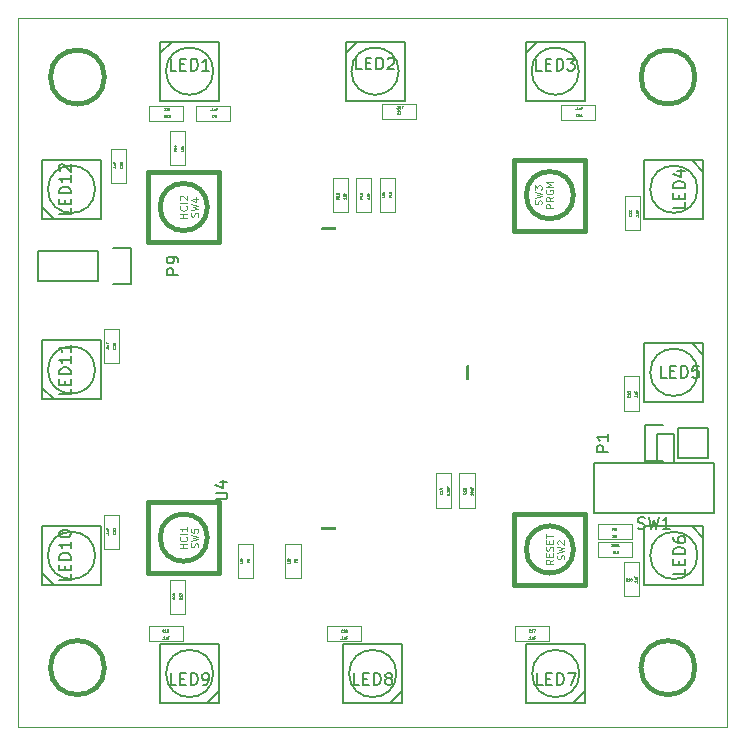
<source format=gbr>
G04 #@! TF.FileFunction,Legend,Top*
%FSLAX46Y46*%
G04 Gerber Fmt 4.6, Leading zero omitted, Abs format (unit mm)*
G04 Created by KiCad (PCBNEW 4.0.2-stable) date Friday, May 27, 2016 'pmt' 03:10:38 pm*
%MOMM*%
G01*
G04 APERTURE LIST*
%ADD10C,0.100000*%
%ADD11C,0.001000*%
%ADD12C,0.150000*%
%ADD13C,0.381000*%
%ADD14C,0.200660*%
%ADD15C,0.050000*%
%ADD16C,0.031750*%
%ADD17C,0.099060*%
%ADD18C,0.152400*%
G04 APERTURE END LIST*
D10*
X14300000Y-13700000D02*
X74300000Y-13700000D01*
X74300000Y-73700000D02*
X74300000Y-13700000D01*
X14300000Y-73700000D02*
X74300000Y-73700000D01*
X14300000Y-13700000D02*
X14300000Y-73700000D01*
D11*
X29349660Y-21149760D02*
X32250340Y-21149760D01*
X32250340Y-21149760D02*
X32250340Y-22450240D01*
X32250340Y-22450240D02*
X29349660Y-22450240D01*
X29349660Y-22450240D02*
X29349660Y-21149760D01*
X45049660Y-20949760D02*
X47950340Y-20949760D01*
X47950340Y-20949760D02*
X47950340Y-22250240D01*
X47950340Y-22250240D02*
X45049660Y-22250240D01*
X45049660Y-22250240D02*
X45049660Y-20949760D01*
X60249660Y-21049760D02*
X63150340Y-21049760D01*
X63150340Y-21049760D02*
X63150340Y-22350240D01*
X63150340Y-22350240D02*
X60249660Y-22350240D01*
X60249660Y-22350240D02*
X60249660Y-21049760D01*
X66950240Y-28749660D02*
X66950240Y-31650340D01*
X66950240Y-31650340D02*
X65649760Y-31650340D01*
X65649760Y-31650340D02*
X65649760Y-28749660D01*
X65649760Y-28749660D02*
X66950240Y-28749660D01*
X52950240Y-52249660D02*
X52950240Y-55150340D01*
X52950240Y-55150340D02*
X51649760Y-55150340D01*
X51649760Y-55150340D02*
X51649760Y-52249660D01*
X51649760Y-52249660D02*
X52950240Y-52249660D01*
X50950240Y-52249660D02*
X50950240Y-55150340D01*
X50950240Y-55150340D02*
X49649760Y-55150340D01*
X49649760Y-55150340D02*
X49649760Y-52249660D01*
X49649760Y-52249660D02*
X50950240Y-52249660D01*
X66850240Y-44049660D02*
X66850240Y-46950340D01*
X66850240Y-46950340D02*
X65549760Y-46950340D01*
X65549760Y-46950340D02*
X65549760Y-44049660D01*
X65549760Y-44049660D02*
X66850240Y-44049660D01*
X66850240Y-59749660D02*
X66850240Y-62650340D01*
X66850240Y-62650340D02*
X65549760Y-62650340D01*
X65549760Y-62650340D02*
X65549760Y-59749660D01*
X65549760Y-59749660D02*
X66850240Y-59749660D01*
X59250340Y-66450240D02*
X56349660Y-66450240D01*
X56349660Y-66450240D02*
X56349660Y-65149760D01*
X56349660Y-65149760D02*
X59250340Y-65149760D01*
X59250340Y-65149760D02*
X59250340Y-66450240D01*
X43350340Y-66450240D02*
X40449660Y-66450240D01*
X40449660Y-66450240D02*
X40449660Y-65149760D01*
X40449660Y-65149760D02*
X43350340Y-65149760D01*
X43350340Y-65149760D02*
X43350340Y-66450240D01*
X28250340Y-66450240D02*
X25349660Y-66450240D01*
X25349660Y-66450240D02*
X25349660Y-65149760D01*
X25349660Y-65149760D02*
X28250340Y-65149760D01*
X28250340Y-65149760D02*
X28250340Y-66450240D01*
X21549760Y-58650340D02*
X21549760Y-55749660D01*
X21549760Y-55749660D02*
X22850240Y-55749660D01*
X22850240Y-55749660D02*
X22850240Y-58650340D01*
X22850240Y-58650340D02*
X21549760Y-58650340D01*
X21549760Y-42950340D02*
X21549760Y-40049660D01*
X21549760Y-40049660D02*
X22850240Y-40049660D01*
X22850240Y-40049660D02*
X22850240Y-42950340D01*
X22850240Y-42950340D02*
X21549760Y-42950340D01*
X22149760Y-27650340D02*
X22149760Y-24749660D01*
X22149760Y-24749660D02*
X23450240Y-24749660D01*
X23450240Y-24749660D02*
X23450240Y-27650340D01*
X23450240Y-27650340D02*
X22149760Y-27650340D01*
D12*
X27300000Y-15700000D02*
X26300000Y-16700000D01*
X30800000Y-18200000D02*
G75*
G03X30800000Y-18200000I-2000000J0D01*
G01*
X31300000Y-20700000D02*
X26300000Y-20700000D01*
X26300000Y-20700000D02*
X26300000Y-15700000D01*
X26300000Y-15700000D02*
X31300000Y-15700000D01*
X31300000Y-15700000D02*
X31300000Y-20700000D01*
X43000000Y-15700000D02*
X42000000Y-16700000D01*
X46500000Y-18200000D02*
G75*
G03X46500000Y-18200000I-2000000J0D01*
G01*
X47000000Y-20700000D02*
X42000000Y-20700000D01*
X42000000Y-20700000D02*
X42000000Y-15700000D01*
X42000000Y-15700000D02*
X47000000Y-15700000D01*
X47000000Y-15700000D02*
X47000000Y-20700000D01*
X58250000Y-15700000D02*
X57250000Y-16700000D01*
X61750000Y-18200000D02*
G75*
G03X61750000Y-18200000I-2000000J0D01*
G01*
X62250000Y-20700000D02*
X57250000Y-20700000D01*
X57250000Y-20700000D02*
X57250000Y-15700000D01*
X57250000Y-15700000D02*
X62250000Y-15700000D01*
X62250000Y-15700000D02*
X62250000Y-20700000D01*
X72300000Y-26700000D02*
X71300000Y-25700000D01*
X71800000Y-28200000D02*
G75*
G03X71800000Y-28200000I-2000000J0D01*
G01*
X67300000Y-30700000D02*
X67300000Y-25700000D01*
X67300000Y-25700000D02*
X72300000Y-25700000D01*
X72300000Y-25700000D02*
X72300000Y-30700000D01*
X72300000Y-30700000D02*
X67300000Y-30700000D01*
X72300000Y-42200000D02*
X71300000Y-41200000D01*
X71800000Y-43700000D02*
G75*
G03X71800000Y-43700000I-2000000J0D01*
G01*
X67300000Y-46200000D02*
X67300000Y-41200000D01*
X67300000Y-41200000D02*
X72300000Y-41200000D01*
X72300000Y-41200000D02*
X72300000Y-46200000D01*
X72300000Y-46200000D02*
X67300000Y-46200000D01*
X72300000Y-57700000D02*
X71300000Y-56700000D01*
X71800000Y-59200000D02*
G75*
G03X71800000Y-59200000I-2000000J0D01*
G01*
X67300000Y-61700000D02*
X67300000Y-56700000D01*
X67300000Y-56700000D02*
X72300000Y-56700000D01*
X72300000Y-56700000D02*
X72300000Y-61700000D01*
X72300000Y-61700000D02*
X67300000Y-61700000D01*
X61300000Y-71700000D02*
X62300000Y-70700000D01*
X61800000Y-69200000D02*
G75*
G03X61800000Y-69200000I-2000000J0D01*
G01*
X57300000Y-66700000D02*
X62300000Y-66700000D01*
X62300000Y-66700000D02*
X62300000Y-71700000D01*
X62300000Y-71700000D02*
X57300000Y-71700000D01*
X57300000Y-71700000D02*
X57300000Y-66700000D01*
X45800000Y-71700000D02*
X46800000Y-70700000D01*
X46300000Y-69200000D02*
G75*
G03X46300000Y-69200000I-2000000J0D01*
G01*
X41800000Y-66700000D02*
X46800000Y-66700000D01*
X46800000Y-66700000D02*
X46800000Y-71700000D01*
X46800000Y-71700000D02*
X41800000Y-71700000D01*
X41800000Y-71700000D02*
X41800000Y-66700000D01*
X30300000Y-71700000D02*
X31300000Y-70700000D01*
X30800000Y-69200000D02*
G75*
G03X30800000Y-69200000I-2000000J0D01*
G01*
X26300000Y-66700000D02*
X31300000Y-66700000D01*
X31300000Y-66700000D02*
X31300000Y-71700000D01*
X31300000Y-71700000D02*
X26300000Y-71700000D01*
X26300000Y-71700000D02*
X26300000Y-66700000D01*
X16300000Y-60700000D02*
X17300000Y-61700000D01*
X20800000Y-59200000D02*
G75*
G03X20800000Y-59200000I-2000000J0D01*
G01*
X21300000Y-56700000D02*
X21300000Y-61700000D01*
X21300000Y-61700000D02*
X16300000Y-61700000D01*
X16300000Y-61700000D02*
X16300000Y-56700000D01*
X16300000Y-56700000D02*
X21300000Y-56700000D01*
X16300000Y-45000000D02*
X17300000Y-46000000D01*
X20800000Y-43500000D02*
G75*
G03X20800000Y-43500000I-2000000J0D01*
G01*
X21300000Y-41000000D02*
X21300000Y-46000000D01*
X21300000Y-46000000D02*
X16300000Y-46000000D01*
X16300000Y-46000000D02*
X16300000Y-41000000D01*
X16300000Y-41000000D02*
X21300000Y-41000000D01*
X16300000Y-29700000D02*
X17300000Y-30700000D01*
X20800000Y-28200000D02*
G75*
G03X20800000Y-28200000I-2000000J0D01*
G01*
X21300000Y-25700000D02*
X21300000Y-30700000D01*
X21300000Y-30700000D02*
X16300000Y-30700000D01*
X16300000Y-30700000D02*
X16300000Y-25700000D01*
X16300000Y-25700000D02*
X21300000Y-25700000D01*
X70170000Y-48430000D02*
X72710000Y-48430000D01*
X67350000Y-48150000D02*
X68900000Y-48150000D01*
X70170000Y-48430000D02*
X70170000Y-50970000D01*
X68900000Y-51250000D02*
X67350000Y-51250000D01*
X67350000Y-51250000D02*
X67350000Y-48150000D01*
X70170000Y-50970000D02*
X72710000Y-50970000D01*
X72710000Y-50970000D02*
X72710000Y-48430000D01*
X21030000Y-33430000D02*
X15950000Y-33430000D01*
X15950000Y-33430000D02*
X15950000Y-35970000D01*
X15950000Y-35970000D02*
X21030000Y-35970000D01*
X23850000Y-36250000D02*
X22300000Y-36250000D01*
X21030000Y-35970000D02*
X21030000Y-33430000D01*
X22300000Y-33150000D02*
X23850000Y-33150000D01*
X23850000Y-33150000D02*
X23850000Y-36250000D01*
D11*
X36899760Y-61150340D02*
X36899760Y-58249660D01*
X36899760Y-58249660D02*
X38200240Y-58249660D01*
X38200240Y-58249660D02*
X38200240Y-61150340D01*
X38200240Y-61150340D02*
X36899760Y-61150340D01*
X32899760Y-61150340D02*
X32899760Y-58249660D01*
X32899760Y-58249660D02*
X34200240Y-58249660D01*
X34200240Y-58249660D02*
X34200240Y-61150340D01*
X34200240Y-61150340D02*
X32899760Y-61150340D01*
X42200240Y-27249660D02*
X42200240Y-30150340D01*
X42200240Y-30150340D02*
X40899760Y-30150340D01*
X40899760Y-30150340D02*
X40899760Y-27249660D01*
X40899760Y-27249660D02*
X42200240Y-27249660D01*
X44200240Y-27249660D02*
X44200240Y-30150340D01*
X44200240Y-30150340D02*
X42899760Y-30150340D01*
X42899760Y-30150340D02*
X42899760Y-27249660D01*
X42899760Y-27249660D02*
X44200240Y-27249660D01*
X25349660Y-21149760D02*
X28250340Y-21149760D01*
X28250340Y-21149760D02*
X28250340Y-22450240D01*
X28250340Y-22450240D02*
X25349660Y-22450240D01*
X25349660Y-22450240D02*
X25349660Y-21149760D01*
X44899760Y-30150340D02*
X44899760Y-27249660D01*
X44899760Y-27249660D02*
X46200240Y-27249660D01*
X46200240Y-27249660D02*
X46200240Y-30150340D01*
X46200240Y-30150340D02*
X44899760Y-30150340D01*
D13*
X61298980Y-58700000D02*
G75*
G03X61298980Y-58700000I-1998980J0D01*
G01*
X62299740Y-55700260D02*
X62299740Y-61699740D01*
X62299740Y-61699740D02*
X56300260Y-61699740D01*
X56300260Y-61699740D02*
X56300260Y-55700260D01*
X56300260Y-55700260D02*
X62299740Y-55700260D01*
X61298980Y-28700000D02*
G75*
G03X61298980Y-28700000I-1998980J0D01*
G01*
X56300260Y-31699740D02*
X56300260Y-25700260D01*
X56300260Y-25700260D02*
X62299740Y-25700260D01*
X62299740Y-25700260D02*
X62299740Y-31699740D01*
X62299740Y-31699740D02*
X56300260Y-31699740D01*
X71586000Y-68700000D02*
G75*
G03X71586000Y-68700000I-2286000J0D01*
G01*
X21586000Y-68700000D02*
G75*
G03X21586000Y-68700000I-2286000J0D01*
G01*
X71586000Y-18700000D02*
G75*
G03X71586000Y-18700000I-2286000J0D01*
G01*
X21586000Y-18700000D02*
G75*
G03X21586000Y-18700000I-2286000J0D01*
G01*
D11*
X27149760Y-64150340D02*
X27149760Y-61249660D01*
X27149760Y-61249660D02*
X28450240Y-61249660D01*
X28450240Y-61249660D02*
X28450240Y-64150340D01*
X28450240Y-64150340D02*
X27149760Y-64150340D01*
X28450240Y-23249660D02*
X28450240Y-26150340D01*
X28450240Y-26150340D02*
X27149760Y-26150340D01*
X27149760Y-26150340D02*
X27149760Y-23249660D01*
X27149760Y-23249660D02*
X28450240Y-23249660D01*
D14*
X69799260Y-51399420D02*
X69799260Y-48900060D01*
X69799260Y-48900060D02*
X68399720Y-48900060D01*
X68399720Y-48900060D02*
X68399720Y-51399420D01*
X73200320Y-51399420D02*
X62999680Y-51399420D01*
X62999680Y-51399420D02*
X62999680Y-55600580D01*
X62999680Y-55600580D02*
X73200320Y-55600580D01*
X73200320Y-55600580D02*
X73200320Y-51399420D01*
D13*
X30298980Y-29700000D02*
G75*
G03X30298980Y-29700000I-1998980J0D01*
G01*
X31299740Y-26700260D02*
X31299740Y-32699740D01*
X31299740Y-32699740D02*
X25300260Y-32699740D01*
X25300260Y-32699740D02*
X25300260Y-26700260D01*
X25300260Y-26700260D02*
X31299740Y-26700260D01*
X30298980Y-57700000D02*
G75*
G03X30298980Y-57700000I-1998980J0D01*
G01*
X31299740Y-54700260D02*
X31299740Y-60699740D01*
X31299740Y-60699740D02*
X25300260Y-60699740D01*
X25300260Y-60699740D02*
X25300260Y-54700260D01*
X25300260Y-54700260D02*
X31299740Y-54700260D01*
D11*
X66250340Y-57850240D02*
X63349660Y-57850240D01*
X63349660Y-57850240D02*
X63349660Y-56549760D01*
X63349660Y-56549760D02*
X66250340Y-56549760D01*
X66250340Y-56549760D02*
X66250340Y-57850240D01*
X63349660Y-58049760D02*
X66250340Y-58049760D01*
X66250340Y-58049760D02*
X66250340Y-59350240D01*
X66250340Y-59350240D02*
X63349660Y-59350240D01*
X63349660Y-59350240D02*
X63349660Y-58049760D01*
D15*
X30816667Y-22096429D02*
X30807143Y-22105952D01*
X30778572Y-22115476D01*
X30759524Y-22115476D01*
X30730952Y-22105952D01*
X30711905Y-22086905D01*
X30702381Y-22067857D01*
X30692857Y-22029762D01*
X30692857Y-22001190D01*
X30702381Y-21963095D01*
X30711905Y-21944048D01*
X30730952Y-21925000D01*
X30759524Y-21915476D01*
X30778572Y-21915476D01*
X30807143Y-21925000D01*
X30816667Y-21934524D01*
X30911905Y-22115476D02*
X30950000Y-22115476D01*
X30969048Y-22105952D01*
X30978572Y-22096429D01*
X30997619Y-22067857D01*
X31007143Y-22029762D01*
X31007143Y-21953571D01*
X30997619Y-21934524D01*
X30988095Y-21925000D01*
X30969048Y-21915476D01*
X30930952Y-21915476D01*
X30911905Y-21925000D01*
X30902381Y-21934524D01*
X30892857Y-21953571D01*
X30892857Y-22001190D01*
X30902381Y-22020238D01*
X30911905Y-22029762D01*
X30930952Y-22039286D01*
X30969048Y-22039286D01*
X30988095Y-22029762D01*
X30997619Y-22020238D01*
X31007143Y-22001190D01*
X30578572Y-21496429D02*
X30588096Y-21505952D01*
X30578572Y-21515476D01*
X30569048Y-21505952D01*
X30578572Y-21496429D01*
X30578572Y-21515476D01*
X30778572Y-21515476D02*
X30664286Y-21515476D01*
X30721429Y-21515476D02*
X30721429Y-21315476D01*
X30702381Y-21344048D01*
X30683334Y-21363095D01*
X30664286Y-21372619D01*
X30950000Y-21382143D02*
X30950000Y-21515476D01*
X30864286Y-21382143D02*
X30864286Y-21486905D01*
X30873810Y-21505952D01*
X30892857Y-21515476D01*
X30921429Y-21515476D01*
X30940477Y-21505952D01*
X30950000Y-21496429D01*
X31111905Y-21410714D02*
X31045238Y-21410714D01*
X31045238Y-21515476D02*
X31045238Y-21315476D01*
X31140476Y-21315476D01*
X46571429Y-21728571D02*
X46580952Y-21738095D01*
X46590476Y-21766666D01*
X46590476Y-21785714D01*
X46580952Y-21814286D01*
X46561905Y-21833333D01*
X46542857Y-21842857D01*
X46504762Y-21852381D01*
X46476190Y-21852381D01*
X46438095Y-21842857D01*
X46419048Y-21833333D01*
X46400000Y-21814286D01*
X46390476Y-21785714D01*
X46390476Y-21766666D01*
X46400000Y-21738095D01*
X46409524Y-21728571D01*
X46590476Y-21538095D02*
X46590476Y-21652381D01*
X46590476Y-21595238D02*
X46390476Y-21595238D01*
X46419048Y-21614286D01*
X46438095Y-21633333D01*
X46447619Y-21652381D01*
X46390476Y-21414286D02*
X46390476Y-21395238D01*
X46400000Y-21376190D01*
X46409524Y-21366667D01*
X46428571Y-21357143D01*
X46466667Y-21347619D01*
X46514286Y-21347619D01*
X46552381Y-21357143D01*
X46571429Y-21366667D01*
X46580952Y-21376190D01*
X46590476Y-21395238D01*
X46590476Y-21414286D01*
X46580952Y-21433333D01*
X46571429Y-21442857D01*
X46552381Y-21452381D01*
X46514286Y-21461905D01*
X46466667Y-21461905D01*
X46428571Y-21452381D01*
X46409524Y-21442857D01*
X46400000Y-21433333D01*
X46390476Y-21414286D01*
X46278572Y-21296429D02*
X46288096Y-21305952D01*
X46278572Y-21315476D01*
X46269048Y-21305952D01*
X46278572Y-21296429D01*
X46278572Y-21315476D01*
X46478572Y-21315476D02*
X46364286Y-21315476D01*
X46421429Y-21315476D02*
X46421429Y-21115476D01*
X46402381Y-21144048D01*
X46383334Y-21163095D01*
X46364286Y-21172619D01*
X46650000Y-21182143D02*
X46650000Y-21315476D01*
X46564286Y-21182143D02*
X46564286Y-21286905D01*
X46573810Y-21305952D01*
X46592857Y-21315476D01*
X46621429Y-21315476D01*
X46640477Y-21305952D01*
X46650000Y-21296429D01*
X46811905Y-21210714D02*
X46745238Y-21210714D01*
X46745238Y-21315476D02*
X46745238Y-21115476D01*
X46840476Y-21115476D01*
X61621429Y-21996429D02*
X61611905Y-22005952D01*
X61583334Y-22015476D01*
X61564286Y-22015476D01*
X61535714Y-22005952D01*
X61516667Y-21986905D01*
X61507143Y-21967857D01*
X61497619Y-21929762D01*
X61497619Y-21901190D01*
X61507143Y-21863095D01*
X61516667Y-21844048D01*
X61535714Y-21825000D01*
X61564286Y-21815476D01*
X61583334Y-21815476D01*
X61611905Y-21825000D01*
X61621429Y-21834524D01*
X61811905Y-22015476D02*
X61697619Y-22015476D01*
X61754762Y-22015476D02*
X61754762Y-21815476D01*
X61735714Y-21844048D01*
X61716667Y-21863095D01*
X61697619Y-21872619D01*
X62002381Y-22015476D02*
X61888095Y-22015476D01*
X61945238Y-22015476D02*
X61945238Y-21815476D01*
X61926190Y-21844048D01*
X61907143Y-21863095D01*
X61888095Y-21872619D01*
X61478572Y-21396429D02*
X61488096Y-21405952D01*
X61478572Y-21415476D01*
X61469048Y-21405952D01*
X61478572Y-21396429D01*
X61478572Y-21415476D01*
X61678572Y-21415476D02*
X61564286Y-21415476D01*
X61621429Y-21415476D02*
X61621429Y-21215476D01*
X61602381Y-21244048D01*
X61583334Y-21263095D01*
X61564286Y-21272619D01*
X61850000Y-21282143D02*
X61850000Y-21415476D01*
X61764286Y-21282143D02*
X61764286Y-21386905D01*
X61773810Y-21405952D01*
X61792857Y-21415476D01*
X61821429Y-21415476D01*
X61840477Y-21405952D01*
X61850000Y-21396429D01*
X62011905Y-21310714D02*
X61945238Y-21310714D01*
X61945238Y-21415476D02*
X61945238Y-21215476D01*
X62040476Y-21215476D01*
X66146429Y-30378571D02*
X66155952Y-30388095D01*
X66165476Y-30416666D01*
X66165476Y-30435714D01*
X66155952Y-30464286D01*
X66136905Y-30483333D01*
X66117857Y-30492857D01*
X66079762Y-30502381D01*
X66051190Y-30502381D01*
X66013095Y-30492857D01*
X65994048Y-30483333D01*
X65975000Y-30464286D01*
X65965476Y-30435714D01*
X65965476Y-30416666D01*
X65975000Y-30388095D01*
X65984524Y-30378571D01*
X66165476Y-30188095D02*
X66165476Y-30302381D01*
X66165476Y-30245238D02*
X65965476Y-30245238D01*
X65994048Y-30264286D01*
X66013095Y-30283333D01*
X66022619Y-30302381D01*
X65984524Y-30111905D02*
X65975000Y-30102381D01*
X65965476Y-30083333D01*
X65965476Y-30035714D01*
X65975000Y-30016667D01*
X65984524Y-30007143D01*
X66003571Y-29997619D01*
X66022619Y-29997619D01*
X66051190Y-30007143D01*
X66165476Y-30121429D01*
X66165476Y-29997619D01*
X66746429Y-30521428D02*
X66755952Y-30511904D01*
X66765476Y-30521428D01*
X66755952Y-30530952D01*
X66746429Y-30521428D01*
X66765476Y-30521428D01*
X66765476Y-30321428D02*
X66765476Y-30435714D01*
X66765476Y-30378571D02*
X66565476Y-30378571D01*
X66594048Y-30397619D01*
X66613095Y-30416666D01*
X66622619Y-30435714D01*
X66632143Y-30150000D02*
X66765476Y-30150000D01*
X66632143Y-30235714D02*
X66736905Y-30235714D01*
X66755952Y-30226190D01*
X66765476Y-30207143D01*
X66765476Y-30178571D01*
X66755952Y-30159523D01*
X66746429Y-30150000D01*
X66660714Y-29988095D02*
X66660714Y-30054762D01*
X66765476Y-30054762D02*
X66565476Y-30054762D01*
X66565476Y-29959524D01*
X52146429Y-53878571D02*
X52155952Y-53888095D01*
X52165476Y-53916666D01*
X52165476Y-53935714D01*
X52155952Y-53964286D01*
X52136905Y-53983333D01*
X52117857Y-53992857D01*
X52079762Y-54002381D01*
X52051190Y-54002381D01*
X52013095Y-53992857D01*
X51994048Y-53983333D01*
X51975000Y-53964286D01*
X51965476Y-53935714D01*
X51965476Y-53916666D01*
X51975000Y-53888095D01*
X51984524Y-53878571D01*
X52165476Y-53688095D02*
X52165476Y-53802381D01*
X52165476Y-53745238D02*
X51965476Y-53745238D01*
X51994048Y-53764286D01*
X52013095Y-53783333D01*
X52022619Y-53802381D01*
X51965476Y-53621429D02*
X51965476Y-53497619D01*
X52041667Y-53564286D01*
X52041667Y-53535714D01*
X52051190Y-53516667D01*
X52060714Y-53507143D01*
X52079762Y-53497619D01*
X52127381Y-53497619D01*
X52146429Y-53507143D01*
X52155952Y-53516667D01*
X52165476Y-53535714D01*
X52165476Y-53592857D01*
X52155952Y-53611905D01*
X52146429Y-53621429D01*
X52765476Y-53964285D02*
X52765476Y-54078571D01*
X52765476Y-54021428D02*
X52565476Y-54021428D01*
X52594048Y-54040476D01*
X52613095Y-54059523D01*
X52622619Y-54078571D01*
X52565476Y-53840476D02*
X52565476Y-53821428D01*
X52575000Y-53802380D01*
X52584524Y-53792857D01*
X52603571Y-53783333D01*
X52641667Y-53773809D01*
X52689286Y-53773809D01*
X52727381Y-53783333D01*
X52746429Y-53792857D01*
X52755952Y-53802380D01*
X52765476Y-53821428D01*
X52765476Y-53840476D01*
X52755952Y-53859523D01*
X52746429Y-53869047D01*
X52727381Y-53878571D01*
X52689286Y-53888095D01*
X52641667Y-53888095D01*
X52603571Y-53878571D01*
X52584524Y-53869047D01*
X52575000Y-53859523D01*
X52565476Y-53840476D01*
X52632143Y-53602381D02*
X52765476Y-53602381D01*
X52632143Y-53688095D02*
X52736905Y-53688095D01*
X52755952Y-53678571D01*
X52765476Y-53659524D01*
X52765476Y-53630952D01*
X52755952Y-53611904D01*
X52746429Y-53602381D01*
X52660714Y-53440476D02*
X52660714Y-53507143D01*
X52765476Y-53507143D02*
X52565476Y-53507143D01*
X52565476Y-53411905D01*
X50146429Y-53878571D02*
X50155952Y-53888095D01*
X50165476Y-53916666D01*
X50165476Y-53935714D01*
X50155952Y-53964286D01*
X50136905Y-53983333D01*
X50117857Y-53992857D01*
X50079762Y-54002381D01*
X50051190Y-54002381D01*
X50013095Y-53992857D01*
X49994048Y-53983333D01*
X49975000Y-53964286D01*
X49965476Y-53935714D01*
X49965476Y-53916666D01*
X49975000Y-53888095D01*
X49984524Y-53878571D01*
X50165476Y-53688095D02*
X50165476Y-53802381D01*
X50165476Y-53745238D02*
X49965476Y-53745238D01*
X49994048Y-53764286D01*
X50013095Y-53783333D01*
X50022619Y-53802381D01*
X50032143Y-53516667D02*
X50165476Y-53516667D01*
X49955952Y-53564286D02*
X50098810Y-53611905D01*
X50098810Y-53488095D01*
X50565476Y-54078571D02*
X50565476Y-54059523D01*
X50575000Y-54040475D01*
X50584524Y-54030952D01*
X50603571Y-54021428D01*
X50641667Y-54011904D01*
X50689286Y-54011904D01*
X50727381Y-54021428D01*
X50746429Y-54030952D01*
X50755952Y-54040475D01*
X50765476Y-54059523D01*
X50765476Y-54078571D01*
X50755952Y-54097618D01*
X50746429Y-54107142D01*
X50727381Y-54116666D01*
X50689286Y-54126190D01*
X50641667Y-54126190D01*
X50603571Y-54116666D01*
X50584524Y-54107142D01*
X50575000Y-54097618D01*
X50565476Y-54078571D01*
X50746429Y-53926190D02*
X50755952Y-53916666D01*
X50765476Y-53926190D01*
X50755952Y-53935714D01*
X50746429Y-53926190D01*
X50765476Y-53926190D01*
X50765476Y-53726190D02*
X50765476Y-53840476D01*
X50765476Y-53783333D02*
X50565476Y-53783333D01*
X50594048Y-53802381D01*
X50613095Y-53821428D01*
X50622619Y-53840476D01*
X50632143Y-53554762D02*
X50765476Y-53554762D01*
X50632143Y-53640476D02*
X50736905Y-53640476D01*
X50755952Y-53630952D01*
X50765476Y-53611905D01*
X50765476Y-53583333D01*
X50755952Y-53564285D01*
X50746429Y-53554762D01*
X50660714Y-53392857D02*
X50660714Y-53459524D01*
X50765476Y-53459524D02*
X50565476Y-53459524D01*
X50565476Y-53364286D01*
X66046429Y-45678571D02*
X66055952Y-45688095D01*
X66065476Y-45716666D01*
X66065476Y-45735714D01*
X66055952Y-45764286D01*
X66036905Y-45783333D01*
X66017857Y-45792857D01*
X65979762Y-45802381D01*
X65951190Y-45802381D01*
X65913095Y-45792857D01*
X65894048Y-45783333D01*
X65875000Y-45764286D01*
X65865476Y-45735714D01*
X65865476Y-45716666D01*
X65875000Y-45688095D01*
X65884524Y-45678571D01*
X66065476Y-45488095D02*
X66065476Y-45602381D01*
X66065476Y-45545238D02*
X65865476Y-45545238D01*
X65894048Y-45564286D01*
X65913095Y-45583333D01*
X65922619Y-45602381D01*
X65865476Y-45307143D02*
X65865476Y-45402381D01*
X65960714Y-45411905D01*
X65951190Y-45402381D01*
X65941667Y-45383333D01*
X65941667Y-45335714D01*
X65951190Y-45316667D01*
X65960714Y-45307143D01*
X65979762Y-45297619D01*
X66027381Y-45297619D01*
X66046429Y-45307143D01*
X66055952Y-45316667D01*
X66065476Y-45335714D01*
X66065476Y-45383333D01*
X66055952Y-45402381D01*
X66046429Y-45411905D01*
X66646429Y-45821428D02*
X66655952Y-45811904D01*
X66665476Y-45821428D01*
X66655952Y-45830952D01*
X66646429Y-45821428D01*
X66665476Y-45821428D01*
X66665476Y-45621428D02*
X66665476Y-45735714D01*
X66665476Y-45678571D02*
X66465476Y-45678571D01*
X66494048Y-45697619D01*
X66513095Y-45716666D01*
X66522619Y-45735714D01*
X66532143Y-45450000D02*
X66665476Y-45450000D01*
X66532143Y-45535714D02*
X66636905Y-45535714D01*
X66655952Y-45526190D01*
X66665476Y-45507143D01*
X66665476Y-45478571D01*
X66655952Y-45459523D01*
X66646429Y-45450000D01*
X66560714Y-45288095D02*
X66560714Y-45354762D01*
X66665476Y-45354762D02*
X66465476Y-45354762D01*
X66465476Y-45259524D01*
X65846429Y-61321429D02*
X65836905Y-61330952D01*
X65808334Y-61340476D01*
X65789286Y-61340476D01*
X65760714Y-61330952D01*
X65741667Y-61311905D01*
X65732143Y-61292857D01*
X65722619Y-61254762D01*
X65722619Y-61226190D01*
X65732143Y-61188095D01*
X65741667Y-61169048D01*
X65760714Y-61150000D01*
X65789286Y-61140476D01*
X65808334Y-61140476D01*
X65836905Y-61150000D01*
X65846429Y-61159524D01*
X66036905Y-61340476D02*
X65922619Y-61340476D01*
X65979762Y-61340476D02*
X65979762Y-61140476D01*
X65960714Y-61169048D01*
X65941667Y-61188095D01*
X65922619Y-61197619D01*
X66208333Y-61140476D02*
X66170238Y-61140476D01*
X66151190Y-61150000D01*
X66141667Y-61159524D01*
X66122619Y-61188095D01*
X66113095Y-61226190D01*
X66113095Y-61302381D01*
X66122619Y-61321429D01*
X66132143Y-61330952D01*
X66151190Y-61340476D01*
X66189286Y-61340476D01*
X66208333Y-61330952D01*
X66217857Y-61321429D01*
X66227381Y-61302381D01*
X66227381Y-61254762D01*
X66217857Y-61235714D01*
X66208333Y-61226190D01*
X66189286Y-61216667D01*
X66151190Y-61216667D01*
X66132143Y-61226190D01*
X66122619Y-61235714D01*
X66113095Y-61254762D01*
X66646429Y-61521428D02*
X66655952Y-61511904D01*
X66665476Y-61521428D01*
X66655952Y-61530952D01*
X66646429Y-61521428D01*
X66665476Y-61521428D01*
X66665476Y-61321428D02*
X66665476Y-61435714D01*
X66665476Y-61378571D02*
X66465476Y-61378571D01*
X66494048Y-61397619D01*
X66513095Y-61416666D01*
X66522619Y-61435714D01*
X66532143Y-61150000D02*
X66665476Y-61150000D01*
X66532143Y-61235714D02*
X66636905Y-61235714D01*
X66655952Y-61226190D01*
X66665476Y-61207143D01*
X66665476Y-61178571D01*
X66655952Y-61159523D01*
X66646429Y-61150000D01*
X66560714Y-60988095D02*
X66560714Y-61054762D01*
X66665476Y-61054762D02*
X66465476Y-61054762D01*
X66465476Y-60959524D01*
X57621429Y-65646429D02*
X57611905Y-65655952D01*
X57583334Y-65665476D01*
X57564286Y-65665476D01*
X57535714Y-65655952D01*
X57516667Y-65636905D01*
X57507143Y-65617857D01*
X57497619Y-65579762D01*
X57497619Y-65551190D01*
X57507143Y-65513095D01*
X57516667Y-65494048D01*
X57535714Y-65475000D01*
X57564286Y-65465476D01*
X57583334Y-65465476D01*
X57611905Y-65475000D01*
X57621429Y-65484524D01*
X57811905Y-65665476D02*
X57697619Y-65665476D01*
X57754762Y-65665476D02*
X57754762Y-65465476D01*
X57735714Y-65494048D01*
X57716667Y-65513095D01*
X57697619Y-65522619D01*
X57878571Y-65465476D02*
X58011905Y-65465476D01*
X57926190Y-65665476D01*
X57478572Y-66246429D02*
X57488096Y-66255952D01*
X57478572Y-66265476D01*
X57469048Y-66255952D01*
X57478572Y-66246429D01*
X57478572Y-66265476D01*
X57678572Y-66265476D02*
X57564286Y-66265476D01*
X57621429Y-66265476D02*
X57621429Y-66065476D01*
X57602381Y-66094048D01*
X57583334Y-66113095D01*
X57564286Y-66122619D01*
X57850000Y-66132143D02*
X57850000Y-66265476D01*
X57764286Y-66132143D02*
X57764286Y-66236905D01*
X57773810Y-66255952D01*
X57792857Y-66265476D01*
X57821429Y-66265476D01*
X57840477Y-66255952D01*
X57850000Y-66246429D01*
X58011905Y-66160714D02*
X57945238Y-66160714D01*
X57945238Y-66265476D02*
X57945238Y-66065476D01*
X58040476Y-66065476D01*
X41721429Y-65646429D02*
X41711905Y-65655952D01*
X41683334Y-65665476D01*
X41664286Y-65665476D01*
X41635714Y-65655952D01*
X41616667Y-65636905D01*
X41607143Y-65617857D01*
X41597619Y-65579762D01*
X41597619Y-65551190D01*
X41607143Y-65513095D01*
X41616667Y-65494048D01*
X41635714Y-65475000D01*
X41664286Y-65465476D01*
X41683334Y-65465476D01*
X41711905Y-65475000D01*
X41721429Y-65484524D01*
X41911905Y-65665476D02*
X41797619Y-65665476D01*
X41854762Y-65665476D02*
X41854762Y-65465476D01*
X41835714Y-65494048D01*
X41816667Y-65513095D01*
X41797619Y-65522619D01*
X42026190Y-65551190D02*
X42007143Y-65541667D01*
X41997619Y-65532143D01*
X41988095Y-65513095D01*
X41988095Y-65503571D01*
X41997619Y-65484524D01*
X42007143Y-65475000D01*
X42026190Y-65465476D01*
X42064286Y-65465476D01*
X42083333Y-65475000D01*
X42092857Y-65484524D01*
X42102381Y-65503571D01*
X42102381Y-65513095D01*
X42092857Y-65532143D01*
X42083333Y-65541667D01*
X42064286Y-65551190D01*
X42026190Y-65551190D01*
X42007143Y-65560714D01*
X41997619Y-65570238D01*
X41988095Y-65589286D01*
X41988095Y-65627381D01*
X41997619Y-65646429D01*
X42007143Y-65655952D01*
X42026190Y-65665476D01*
X42064286Y-65665476D01*
X42083333Y-65655952D01*
X42092857Y-65646429D01*
X42102381Y-65627381D01*
X42102381Y-65589286D01*
X42092857Y-65570238D01*
X42083333Y-65560714D01*
X42064286Y-65551190D01*
X41578572Y-66246429D02*
X41588096Y-66255952D01*
X41578572Y-66265476D01*
X41569048Y-66255952D01*
X41578572Y-66246429D01*
X41578572Y-66265476D01*
X41778572Y-66265476D02*
X41664286Y-66265476D01*
X41721429Y-66265476D02*
X41721429Y-66065476D01*
X41702381Y-66094048D01*
X41683334Y-66113095D01*
X41664286Y-66122619D01*
X41950000Y-66132143D02*
X41950000Y-66265476D01*
X41864286Y-66132143D02*
X41864286Y-66236905D01*
X41873810Y-66255952D01*
X41892857Y-66265476D01*
X41921429Y-66265476D01*
X41940477Y-66255952D01*
X41950000Y-66246429D01*
X42111905Y-66160714D02*
X42045238Y-66160714D01*
X42045238Y-66265476D02*
X42045238Y-66065476D01*
X42140476Y-66065476D01*
X26621429Y-65646429D02*
X26611905Y-65655952D01*
X26583334Y-65665476D01*
X26564286Y-65665476D01*
X26535714Y-65655952D01*
X26516667Y-65636905D01*
X26507143Y-65617857D01*
X26497619Y-65579762D01*
X26497619Y-65551190D01*
X26507143Y-65513095D01*
X26516667Y-65494048D01*
X26535714Y-65475000D01*
X26564286Y-65465476D01*
X26583334Y-65465476D01*
X26611905Y-65475000D01*
X26621429Y-65484524D01*
X26811905Y-65665476D02*
X26697619Y-65665476D01*
X26754762Y-65665476D02*
X26754762Y-65465476D01*
X26735714Y-65494048D01*
X26716667Y-65513095D01*
X26697619Y-65522619D01*
X26907143Y-65665476D02*
X26945238Y-65665476D01*
X26964286Y-65655952D01*
X26973810Y-65646429D01*
X26992857Y-65617857D01*
X27002381Y-65579762D01*
X27002381Y-65503571D01*
X26992857Y-65484524D01*
X26983333Y-65475000D01*
X26964286Y-65465476D01*
X26926190Y-65465476D01*
X26907143Y-65475000D01*
X26897619Y-65484524D01*
X26888095Y-65503571D01*
X26888095Y-65551190D01*
X26897619Y-65570238D01*
X26907143Y-65579762D01*
X26926190Y-65589286D01*
X26964286Y-65589286D01*
X26983333Y-65579762D01*
X26992857Y-65570238D01*
X27002381Y-65551190D01*
X26478572Y-66246429D02*
X26488096Y-66255952D01*
X26478572Y-66265476D01*
X26469048Y-66255952D01*
X26478572Y-66246429D01*
X26478572Y-66265476D01*
X26678572Y-66265476D02*
X26564286Y-66265476D01*
X26621429Y-66265476D02*
X26621429Y-66065476D01*
X26602381Y-66094048D01*
X26583334Y-66113095D01*
X26564286Y-66122619D01*
X26850000Y-66132143D02*
X26850000Y-66265476D01*
X26764286Y-66132143D02*
X26764286Y-66236905D01*
X26773810Y-66255952D01*
X26792857Y-66265476D01*
X26821429Y-66265476D01*
X26840477Y-66255952D01*
X26850000Y-66246429D01*
X27011905Y-66160714D02*
X26945238Y-66160714D01*
X26945238Y-66265476D02*
X26945238Y-66065476D01*
X27040476Y-66065476D01*
X22496429Y-57278571D02*
X22505952Y-57288095D01*
X22515476Y-57316666D01*
X22515476Y-57335714D01*
X22505952Y-57364286D01*
X22486905Y-57383333D01*
X22467857Y-57392857D01*
X22429762Y-57402381D01*
X22401190Y-57402381D01*
X22363095Y-57392857D01*
X22344048Y-57383333D01*
X22325000Y-57364286D01*
X22315476Y-57335714D01*
X22315476Y-57316666D01*
X22325000Y-57288095D01*
X22334524Y-57278571D01*
X22334524Y-57202381D02*
X22325000Y-57192857D01*
X22315476Y-57173809D01*
X22315476Y-57126190D01*
X22325000Y-57107143D01*
X22334524Y-57097619D01*
X22353571Y-57088095D01*
X22372619Y-57088095D01*
X22401190Y-57097619D01*
X22515476Y-57211905D01*
X22515476Y-57088095D01*
X22315476Y-56964286D02*
X22315476Y-56945238D01*
X22325000Y-56926190D01*
X22334524Y-56916667D01*
X22353571Y-56907143D01*
X22391667Y-56897619D01*
X22439286Y-56897619D01*
X22477381Y-56907143D01*
X22496429Y-56916667D01*
X22505952Y-56926190D01*
X22515476Y-56945238D01*
X22515476Y-56964286D01*
X22505952Y-56983333D01*
X22496429Y-56992857D01*
X22477381Y-57002381D01*
X22439286Y-57011905D01*
X22391667Y-57011905D01*
X22353571Y-57002381D01*
X22334524Y-56992857D01*
X22325000Y-56983333D01*
X22315476Y-56964286D01*
X21896429Y-57421428D02*
X21905952Y-57411904D01*
X21915476Y-57421428D01*
X21905952Y-57430952D01*
X21896429Y-57421428D01*
X21915476Y-57421428D01*
X21915476Y-57221428D02*
X21915476Y-57335714D01*
X21915476Y-57278571D02*
X21715476Y-57278571D01*
X21744048Y-57297619D01*
X21763095Y-57316666D01*
X21772619Y-57335714D01*
X21782143Y-57050000D02*
X21915476Y-57050000D01*
X21782143Y-57135714D02*
X21886905Y-57135714D01*
X21905952Y-57126190D01*
X21915476Y-57107143D01*
X21915476Y-57078571D01*
X21905952Y-57059523D01*
X21896429Y-57050000D01*
X21810714Y-56888095D02*
X21810714Y-56954762D01*
X21915476Y-56954762D02*
X21715476Y-56954762D01*
X21715476Y-56859524D01*
X22496429Y-41578571D02*
X22505952Y-41588095D01*
X22515476Y-41616666D01*
X22515476Y-41635714D01*
X22505952Y-41664286D01*
X22486905Y-41683333D01*
X22467857Y-41692857D01*
X22429762Y-41702381D01*
X22401190Y-41702381D01*
X22363095Y-41692857D01*
X22344048Y-41683333D01*
X22325000Y-41664286D01*
X22315476Y-41635714D01*
X22315476Y-41616666D01*
X22325000Y-41588095D01*
X22334524Y-41578571D01*
X22334524Y-41502381D02*
X22325000Y-41492857D01*
X22315476Y-41473809D01*
X22315476Y-41426190D01*
X22325000Y-41407143D01*
X22334524Y-41397619D01*
X22353571Y-41388095D01*
X22372619Y-41388095D01*
X22401190Y-41397619D01*
X22515476Y-41511905D01*
X22515476Y-41388095D01*
X22515476Y-41197619D02*
X22515476Y-41311905D01*
X22515476Y-41254762D02*
X22315476Y-41254762D01*
X22344048Y-41273810D01*
X22363095Y-41292857D01*
X22372619Y-41311905D01*
X21896429Y-41721428D02*
X21905952Y-41711904D01*
X21915476Y-41721428D01*
X21905952Y-41730952D01*
X21896429Y-41721428D01*
X21915476Y-41721428D01*
X21915476Y-41521428D02*
X21915476Y-41635714D01*
X21915476Y-41578571D02*
X21715476Y-41578571D01*
X21744048Y-41597619D01*
X21763095Y-41616666D01*
X21772619Y-41635714D01*
X21782143Y-41350000D02*
X21915476Y-41350000D01*
X21782143Y-41435714D02*
X21886905Y-41435714D01*
X21905952Y-41426190D01*
X21915476Y-41407143D01*
X21915476Y-41378571D01*
X21905952Y-41359523D01*
X21896429Y-41350000D01*
X21810714Y-41188095D02*
X21810714Y-41254762D01*
X21915476Y-41254762D02*
X21715476Y-41254762D01*
X21715476Y-41159524D01*
X23096429Y-26278571D02*
X23105952Y-26288095D01*
X23115476Y-26316666D01*
X23115476Y-26335714D01*
X23105952Y-26364286D01*
X23086905Y-26383333D01*
X23067857Y-26392857D01*
X23029762Y-26402381D01*
X23001190Y-26402381D01*
X22963095Y-26392857D01*
X22944048Y-26383333D01*
X22925000Y-26364286D01*
X22915476Y-26335714D01*
X22915476Y-26316666D01*
X22925000Y-26288095D01*
X22934524Y-26278571D01*
X22934524Y-26202381D02*
X22925000Y-26192857D01*
X22915476Y-26173809D01*
X22915476Y-26126190D01*
X22925000Y-26107143D01*
X22934524Y-26097619D01*
X22953571Y-26088095D01*
X22972619Y-26088095D01*
X23001190Y-26097619D01*
X23115476Y-26211905D01*
X23115476Y-26088095D01*
X22934524Y-26011905D02*
X22925000Y-26002381D01*
X22915476Y-25983333D01*
X22915476Y-25935714D01*
X22925000Y-25916667D01*
X22934524Y-25907143D01*
X22953571Y-25897619D01*
X22972619Y-25897619D01*
X23001190Y-25907143D01*
X23115476Y-26021429D01*
X23115476Y-25897619D01*
X22496429Y-26421428D02*
X22505952Y-26411904D01*
X22515476Y-26421428D01*
X22505952Y-26430952D01*
X22496429Y-26421428D01*
X22515476Y-26421428D01*
X22515476Y-26221428D02*
X22515476Y-26335714D01*
X22515476Y-26278571D02*
X22315476Y-26278571D01*
X22344048Y-26297619D01*
X22363095Y-26316666D01*
X22372619Y-26335714D01*
X22382143Y-26050000D02*
X22515476Y-26050000D01*
X22382143Y-26135714D02*
X22486905Y-26135714D01*
X22505952Y-26126190D01*
X22515476Y-26107143D01*
X22515476Y-26078571D01*
X22505952Y-26059523D01*
X22496429Y-26050000D01*
X22410714Y-25888095D02*
X22410714Y-25954762D01*
X22515476Y-25954762D02*
X22315476Y-25954762D01*
X22315476Y-25859524D01*
D12*
X27680953Y-18152381D02*
X27204762Y-18152381D01*
X27204762Y-17152381D01*
X28014286Y-17628571D02*
X28347620Y-17628571D01*
X28490477Y-18152381D02*
X28014286Y-18152381D01*
X28014286Y-17152381D01*
X28490477Y-17152381D01*
X28919048Y-18152381D02*
X28919048Y-17152381D01*
X29157143Y-17152381D01*
X29300001Y-17200000D01*
X29395239Y-17295238D01*
X29442858Y-17390476D01*
X29490477Y-17580952D01*
X29490477Y-17723810D01*
X29442858Y-17914286D01*
X29395239Y-18009524D01*
X29300001Y-18104762D01*
X29157143Y-18152381D01*
X28919048Y-18152381D01*
X30442858Y-18152381D02*
X29871429Y-18152381D01*
X30157143Y-18152381D02*
X30157143Y-17152381D01*
X30061905Y-17295238D01*
X29966667Y-17390476D01*
X29871429Y-17438095D01*
X43380953Y-18052381D02*
X42904762Y-18052381D01*
X42904762Y-17052381D01*
X43714286Y-17528571D02*
X44047620Y-17528571D01*
X44190477Y-18052381D02*
X43714286Y-18052381D01*
X43714286Y-17052381D01*
X44190477Y-17052381D01*
X44619048Y-18052381D02*
X44619048Y-17052381D01*
X44857143Y-17052381D01*
X45000001Y-17100000D01*
X45095239Y-17195238D01*
X45142858Y-17290476D01*
X45190477Y-17480952D01*
X45190477Y-17623810D01*
X45142858Y-17814286D01*
X45095239Y-17909524D01*
X45000001Y-18004762D01*
X44857143Y-18052381D01*
X44619048Y-18052381D01*
X45571429Y-17147619D02*
X45619048Y-17100000D01*
X45714286Y-17052381D01*
X45952382Y-17052381D01*
X46047620Y-17100000D01*
X46095239Y-17147619D01*
X46142858Y-17242857D01*
X46142858Y-17338095D01*
X46095239Y-17480952D01*
X45523810Y-18052381D01*
X46142858Y-18052381D01*
X58630953Y-18152381D02*
X58154762Y-18152381D01*
X58154762Y-17152381D01*
X58964286Y-17628571D02*
X59297620Y-17628571D01*
X59440477Y-18152381D02*
X58964286Y-18152381D01*
X58964286Y-17152381D01*
X59440477Y-17152381D01*
X59869048Y-18152381D02*
X59869048Y-17152381D01*
X60107143Y-17152381D01*
X60250001Y-17200000D01*
X60345239Y-17295238D01*
X60392858Y-17390476D01*
X60440477Y-17580952D01*
X60440477Y-17723810D01*
X60392858Y-17914286D01*
X60345239Y-18009524D01*
X60250001Y-18104762D01*
X60107143Y-18152381D01*
X59869048Y-18152381D01*
X60773810Y-17152381D02*
X61392858Y-17152381D01*
X61059524Y-17533333D01*
X61202382Y-17533333D01*
X61297620Y-17580952D01*
X61345239Y-17628571D01*
X61392858Y-17723810D01*
X61392858Y-17961905D01*
X61345239Y-18057143D01*
X61297620Y-18104762D01*
X61202382Y-18152381D01*
X60916667Y-18152381D01*
X60821429Y-18104762D01*
X60773810Y-18057143D01*
X70752381Y-29319047D02*
X70752381Y-29795238D01*
X69752381Y-29795238D01*
X70228571Y-28985714D02*
X70228571Y-28652380D01*
X70752381Y-28509523D02*
X70752381Y-28985714D01*
X69752381Y-28985714D01*
X69752381Y-28509523D01*
X70752381Y-28080952D02*
X69752381Y-28080952D01*
X69752381Y-27842857D01*
X69800000Y-27699999D01*
X69895238Y-27604761D01*
X69990476Y-27557142D01*
X70180952Y-27509523D01*
X70323810Y-27509523D01*
X70514286Y-27557142D01*
X70609524Y-27604761D01*
X70704762Y-27699999D01*
X70752381Y-27842857D01*
X70752381Y-28080952D01*
X70085714Y-26652380D02*
X70752381Y-26652380D01*
X69704762Y-26890476D02*
X70419048Y-27128571D01*
X70419048Y-26509523D01*
X69180953Y-44152381D02*
X68704762Y-44152381D01*
X68704762Y-43152381D01*
X69514286Y-43628571D02*
X69847620Y-43628571D01*
X69990477Y-44152381D02*
X69514286Y-44152381D01*
X69514286Y-43152381D01*
X69990477Y-43152381D01*
X70419048Y-44152381D02*
X70419048Y-43152381D01*
X70657143Y-43152381D01*
X70800001Y-43200000D01*
X70895239Y-43295238D01*
X70942858Y-43390476D01*
X70990477Y-43580952D01*
X70990477Y-43723810D01*
X70942858Y-43914286D01*
X70895239Y-44009524D01*
X70800001Y-44104762D01*
X70657143Y-44152381D01*
X70419048Y-44152381D01*
X71895239Y-43152381D02*
X71419048Y-43152381D01*
X71371429Y-43628571D01*
X71419048Y-43580952D01*
X71514286Y-43533333D01*
X71752382Y-43533333D01*
X71847620Y-43580952D01*
X71895239Y-43628571D01*
X71942858Y-43723810D01*
X71942858Y-43961905D01*
X71895239Y-44057143D01*
X71847620Y-44104762D01*
X71752382Y-44152381D01*
X71514286Y-44152381D01*
X71419048Y-44104762D01*
X71371429Y-44057143D01*
X70752381Y-60319047D02*
X70752381Y-60795238D01*
X69752381Y-60795238D01*
X70228571Y-59985714D02*
X70228571Y-59652380D01*
X70752381Y-59509523D02*
X70752381Y-59985714D01*
X69752381Y-59985714D01*
X69752381Y-59509523D01*
X70752381Y-59080952D02*
X69752381Y-59080952D01*
X69752381Y-58842857D01*
X69800000Y-58699999D01*
X69895238Y-58604761D01*
X69990476Y-58557142D01*
X70180952Y-58509523D01*
X70323810Y-58509523D01*
X70514286Y-58557142D01*
X70609524Y-58604761D01*
X70704762Y-58699999D01*
X70752381Y-58842857D01*
X70752381Y-59080952D01*
X69752381Y-57652380D02*
X69752381Y-57842857D01*
X69800000Y-57938095D01*
X69847619Y-57985714D01*
X69990476Y-58080952D01*
X70180952Y-58128571D01*
X70561905Y-58128571D01*
X70657143Y-58080952D01*
X70704762Y-58033333D01*
X70752381Y-57938095D01*
X70752381Y-57747618D01*
X70704762Y-57652380D01*
X70657143Y-57604761D01*
X70561905Y-57557142D01*
X70323810Y-57557142D01*
X70228571Y-57604761D01*
X70180952Y-57652380D01*
X70133333Y-57747618D01*
X70133333Y-57938095D01*
X70180952Y-58033333D01*
X70228571Y-58080952D01*
X70323810Y-58128571D01*
X58680953Y-70152381D02*
X58204762Y-70152381D01*
X58204762Y-69152381D01*
X59014286Y-69628571D02*
X59347620Y-69628571D01*
X59490477Y-70152381D02*
X59014286Y-70152381D01*
X59014286Y-69152381D01*
X59490477Y-69152381D01*
X59919048Y-70152381D02*
X59919048Y-69152381D01*
X60157143Y-69152381D01*
X60300001Y-69200000D01*
X60395239Y-69295238D01*
X60442858Y-69390476D01*
X60490477Y-69580952D01*
X60490477Y-69723810D01*
X60442858Y-69914286D01*
X60395239Y-70009524D01*
X60300001Y-70104762D01*
X60157143Y-70152381D01*
X59919048Y-70152381D01*
X60823810Y-69152381D02*
X61490477Y-69152381D01*
X61061905Y-70152381D01*
X43180953Y-70152381D02*
X42704762Y-70152381D01*
X42704762Y-69152381D01*
X43514286Y-69628571D02*
X43847620Y-69628571D01*
X43990477Y-70152381D02*
X43514286Y-70152381D01*
X43514286Y-69152381D01*
X43990477Y-69152381D01*
X44419048Y-70152381D02*
X44419048Y-69152381D01*
X44657143Y-69152381D01*
X44800001Y-69200000D01*
X44895239Y-69295238D01*
X44942858Y-69390476D01*
X44990477Y-69580952D01*
X44990477Y-69723810D01*
X44942858Y-69914286D01*
X44895239Y-70009524D01*
X44800001Y-70104762D01*
X44657143Y-70152381D01*
X44419048Y-70152381D01*
X45561905Y-69580952D02*
X45466667Y-69533333D01*
X45419048Y-69485714D01*
X45371429Y-69390476D01*
X45371429Y-69342857D01*
X45419048Y-69247619D01*
X45466667Y-69200000D01*
X45561905Y-69152381D01*
X45752382Y-69152381D01*
X45847620Y-69200000D01*
X45895239Y-69247619D01*
X45942858Y-69342857D01*
X45942858Y-69390476D01*
X45895239Y-69485714D01*
X45847620Y-69533333D01*
X45752382Y-69580952D01*
X45561905Y-69580952D01*
X45466667Y-69628571D01*
X45419048Y-69676190D01*
X45371429Y-69771429D01*
X45371429Y-69961905D01*
X45419048Y-70057143D01*
X45466667Y-70104762D01*
X45561905Y-70152381D01*
X45752382Y-70152381D01*
X45847620Y-70104762D01*
X45895239Y-70057143D01*
X45942858Y-69961905D01*
X45942858Y-69771429D01*
X45895239Y-69676190D01*
X45847620Y-69628571D01*
X45752382Y-69580952D01*
X27680953Y-70152381D02*
X27204762Y-70152381D01*
X27204762Y-69152381D01*
X28014286Y-69628571D02*
X28347620Y-69628571D01*
X28490477Y-70152381D02*
X28014286Y-70152381D01*
X28014286Y-69152381D01*
X28490477Y-69152381D01*
X28919048Y-70152381D02*
X28919048Y-69152381D01*
X29157143Y-69152381D01*
X29300001Y-69200000D01*
X29395239Y-69295238D01*
X29442858Y-69390476D01*
X29490477Y-69580952D01*
X29490477Y-69723810D01*
X29442858Y-69914286D01*
X29395239Y-70009524D01*
X29300001Y-70104762D01*
X29157143Y-70152381D01*
X28919048Y-70152381D01*
X29966667Y-70152381D02*
X30157143Y-70152381D01*
X30252382Y-70104762D01*
X30300001Y-70057143D01*
X30395239Y-69914286D01*
X30442858Y-69723810D01*
X30442858Y-69342857D01*
X30395239Y-69247619D01*
X30347620Y-69200000D01*
X30252382Y-69152381D01*
X30061905Y-69152381D01*
X29966667Y-69200000D01*
X29919048Y-69247619D01*
X29871429Y-69342857D01*
X29871429Y-69580952D01*
X29919048Y-69676190D01*
X29966667Y-69723810D01*
X30061905Y-69771429D01*
X30252382Y-69771429D01*
X30347620Y-69723810D01*
X30395239Y-69676190D01*
X30442858Y-69580952D01*
X18752381Y-60795238D02*
X18752381Y-61271429D01*
X17752381Y-61271429D01*
X18228571Y-60461905D02*
X18228571Y-60128571D01*
X18752381Y-59985714D02*
X18752381Y-60461905D01*
X17752381Y-60461905D01*
X17752381Y-59985714D01*
X18752381Y-59557143D02*
X17752381Y-59557143D01*
X17752381Y-59319048D01*
X17800000Y-59176190D01*
X17895238Y-59080952D01*
X17990476Y-59033333D01*
X18180952Y-58985714D01*
X18323810Y-58985714D01*
X18514286Y-59033333D01*
X18609524Y-59080952D01*
X18704762Y-59176190D01*
X18752381Y-59319048D01*
X18752381Y-59557143D01*
X18752381Y-58033333D02*
X18752381Y-58604762D01*
X18752381Y-58319048D02*
X17752381Y-58319048D01*
X17895238Y-58414286D01*
X17990476Y-58509524D01*
X18038095Y-58604762D01*
X17752381Y-57414286D02*
X17752381Y-57319047D01*
X17800000Y-57223809D01*
X17847619Y-57176190D01*
X17942857Y-57128571D01*
X18133333Y-57080952D01*
X18371429Y-57080952D01*
X18561905Y-57128571D01*
X18657143Y-57176190D01*
X18704762Y-57223809D01*
X18752381Y-57319047D01*
X18752381Y-57414286D01*
X18704762Y-57509524D01*
X18657143Y-57557143D01*
X18561905Y-57604762D01*
X18371429Y-57652381D01*
X18133333Y-57652381D01*
X17942857Y-57604762D01*
X17847619Y-57557143D01*
X17800000Y-57509524D01*
X17752381Y-57414286D01*
X18752381Y-45095238D02*
X18752381Y-45571429D01*
X17752381Y-45571429D01*
X18228571Y-44761905D02*
X18228571Y-44428571D01*
X18752381Y-44285714D02*
X18752381Y-44761905D01*
X17752381Y-44761905D01*
X17752381Y-44285714D01*
X18752381Y-43857143D02*
X17752381Y-43857143D01*
X17752381Y-43619048D01*
X17800000Y-43476190D01*
X17895238Y-43380952D01*
X17990476Y-43333333D01*
X18180952Y-43285714D01*
X18323810Y-43285714D01*
X18514286Y-43333333D01*
X18609524Y-43380952D01*
X18704762Y-43476190D01*
X18752381Y-43619048D01*
X18752381Y-43857143D01*
X18752381Y-42333333D02*
X18752381Y-42904762D01*
X18752381Y-42619048D02*
X17752381Y-42619048D01*
X17895238Y-42714286D01*
X17990476Y-42809524D01*
X18038095Y-42904762D01*
X18752381Y-41380952D02*
X18752381Y-41952381D01*
X18752381Y-41666667D02*
X17752381Y-41666667D01*
X17895238Y-41761905D01*
X17990476Y-41857143D01*
X18038095Y-41952381D01*
X18752381Y-29795238D02*
X18752381Y-30271429D01*
X17752381Y-30271429D01*
X18228571Y-29461905D02*
X18228571Y-29128571D01*
X18752381Y-28985714D02*
X18752381Y-29461905D01*
X17752381Y-29461905D01*
X17752381Y-28985714D01*
X18752381Y-28557143D02*
X17752381Y-28557143D01*
X17752381Y-28319048D01*
X17800000Y-28176190D01*
X17895238Y-28080952D01*
X17990476Y-28033333D01*
X18180952Y-27985714D01*
X18323810Y-27985714D01*
X18514286Y-28033333D01*
X18609524Y-28080952D01*
X18704762Y-28176190D01*
X18752381Y-28319048D01*
X18752381Y-28557143D01*
X18752381Y-27033333D02*
X18752381Y-27604762D01*
X18752381Y-27319048D02*
X17752381Y-27319048D01*
X17895238Y-27414286D01*
X17990476Y-27509524D01*
X18038095Y-27604762D01*
X17847619Y-26652381D02*
X17800000Y-26604762D01*
X17752381Y-26509524D01*
X17752381Y-26271428D01*
X17800000Y-26176190D01*
X17847619Y-26128571D01*
X17942857Y-26080952D01*
X18038095Y-26080952D01*
X18180952Y-26128571D01*
X18752381Y-26700000D01*
X18752381Y-26080952D01*
X64252381Y-50438095D02*
X63252381Y-50438095D01*
X63252381Y-50057142D01*
X63300000Y-49961904D01*
X63347619Y-49914285D01*
X63442857Y-49866666D01*
X63585714Y-49866666D01*
X63680952Y-49914285D01*
X63728571Y-49961904D01*
X63776190Y-50057142D01*
X63776190Y-50438095D01*
X64252381Y-48914285D02*
X64252381Y-49485714D01*
X64252381Y-49200000D02*
X63252381Y-49200000D01*
X63395238Y-49295238D01*
X63490476Y-49390476D01*
X63538095Y-49485714D01*
X27852381Y-35438095D02*
X26852381Y-35438095D01*
X26852381Y-35057142D01*
X26900000Y-34961904D01*
X26947619Y-34914285D01*
X27042857Y-34866666D01*
X27185714Y-34866666D01*
X27280952Y-34914285D01*
X27328571Y-34961904D01*
X27376190Y-35057142D01*
X27376190Y-35438095D01*
X27852381Y-34390476D02*
X27852381Y-34200000D01*
X27804762Y-34104761D01*
X27757143Y-34057142D01*
X27614286Y-33961904D01*
X27423810Y-33914285D01*
X27042857Y-33914285D01*
X26947619Y-33961904D01*
X26900000Y-34009523D01*
X26852381Y-34104761D01*
X26852381Y-34295238D01*
X26900000Y-34390476D01*
X26947619Y-34438095D01*
X27042857Y-34485714D01*
X27280952Y-34485714D01*
X27376190Y-34438095D01*
X27423810Y-34390476D01*
X27471429Y-34295238D01*
X27471429Y-34104761D01*
X27423810Y-34009523D01*
X27376190Y-33961904D01*
X27280952Y-33914285D01*
D15*
X37865476Y-59683333D02*
X37770238Y-59750000D01*
X37865476Y-59797619D02*
X37665476Y-59797619D01*
X37665476Y-59721428D01*
X37675000Y-59702381D01*
X37684524Y-59692857D01*
X37703571Y-59683333D01*
X37732143Y-59683333D01*
X37751190Y-59692857D01*
X37760714Y-59702381D01*
X37770238Y-59721428D01*
X37770238Y-59797619D01*
X37751190Y-59569048D02*
X37741667Y-59588095D01*
X37732143Y-59597619D01*
X37713095Y-59607143D01*
X37703571Y-59607143D01*
X37684524Y-59597619D01*
X37675000Y-59588095D01*
X37665476Y-59569048D01*
X37665476Y-59530952D01*
X37675000Y-59511905D01*
X37684524Y-59502381D01*
X37703571Y-59492857D01*
X37713095Y-59492857D01*
X37732143Y-59502381D01*
X37741667Y-59511905D01*
X37751190Y-59530952D01*
X37751190Y-59569048D01*
X37760714Y-59588095D01*
X37770238Y-59597619D01*
X37789286Y-59607143D01*
X37827381Y-59607143D01*
X37846429Y-59597619D01*
X37855952Y-59588095D01*
X37865476Y-59569048D01*
X37865476Y-59530952D01*
X37855952Y-59511905D01*
X37846429Y-59502381D01*
X37827381Y-59492857D01*
X37789286Y-59492857D01*
X37770238Y-59502381D01*
X37760714Y-59511905D01*
X37751190Y-59530952D01*
X37265476Y-59769047D02*
X37265476Y-59883333D01*
X37265476Y-59826190D02*
X37065476Y-59826190D01*
X37094048Y-59845238D01*
X37113095Y-59864285D01*
X37122619Y-59883333D01*
X37065476Y-59645238D02*
X37065476Y-59626190D01*
X37075000Y-59607142D01*
X37084524Y-59597619D01*
X37103571Y-59588095D01*
X37141667Y-59578571D01*
X37189286Y-59578571D01*
X37227381Y-59588095D01*
X37246429Y-59597619D01*
X37255952Y-59607142D01*
X37265476Y-59626190D01*
X37265476Y-59645238D01*
X37255952Y-59664285D01*
X37246429Y-59673809D01*
X37227381Y-59683333D01*
X37189286Y-59692857D01*
X37141667Y-59692857D01*
X37103571Y-59683333D01*
X37084524Y-59673809D01*
X37075000Y-59664285D01*
X37065476Y-59645238D01*
X37265476Y-59492857D02*
X37065476Y-59492857D01*
X37189286Y-59473809D02*
X37265476Y-59416666D01*
X37132143Y-59416666D02*
X37208333Y-59492857D01*
X33865476Y-59683333D02*
X33770238Y-59750000D01*
X33865476Y-59797619D02*
X33665476Y-59797619D01*
X33665476Y-59721428D01*
X33675000Y-59702381D01*
X33684524Y-59692857D01*
X33703571Y-59683333D01*
X33732143Y-59683333D01*
X33751190Y-59692857D01*
X33760714Y-59702381D01*
X33770238Y-59721428D01*
X33770238Y-59797619D01*
X33865476Y-59588095D02*
X33865476Y-59550000D01*
X33855952Y-59530952D01*
X33846429Y-59521428D01*
X33817857Y-59502381D01*
X33779762Y-59492857D01*
X33703571Y-59492857D01*
X33684524Y-59502381D01*
X33675000Y-59511905D01*
X33665476Y-59530952D01*
X33665476Y-59569048D01*
X33675000Y-59588095D01*
X33684524Y-59597619D01*
X33703571Y-59607143D01*
X33751190Y-59607143D01*
X33770238Y-59597619D01*
X33779762Y-59588095D01*
X33789286Y-59569048D01*
X33789286Y-59530952D01*
X33779762Y-59511905D01*
X33770238Y-59502381D01*
X33751190Y-59492857D01*
X33265476Y-59769047D02*
X33265476Y-59883333D01*
X33265476Y-59826190D02*
X33065476Y-59826190D01*
X33094048Y-59845238D01*
X33113095Y-59864285D01*
X33122619Y-59883333D01*
X33065476Y-59645238D02*
X33065476Y-59626190D01*
X33075000Y-59607142D01*
X33084524Y-59597619D01*
X33103571Y-59588095D01*
X33141667Y-59578571D01*
X33189286Y-59578571D01*
X33227381Y-59588095D01*
X33246429Y-59597619D01*
X33255952Y-59607142D01*
X33265476Y-59626190D01*
X33265476Y-59645238D01*
X33255952Y-59664285D01*
X33246429Y-59673809D01*
X33227381Y-59683333D01*
X33189286Y-59692857D01*
X33141667Y-59692857D01*
X33103571Y-59683333D01*
X33084524Y-59673809D01*
X33075000Y-59664285D01*
X33065476Y-59645238D01*
X33265476Y-59492857D02*
X33065476Y-59492857D01*
X33189286Y-59473809D02*
X33265476Y-59416666D01*
X33132143Y-59416666D02*
X33208333Y-59492857D01*
X41415476Y-28878571D02*
X41320238Y-28945238D01*
X41415476Y-28992857D02*
X41215476Y-28992857D01*
X41215476Y-28916666D01*
X41225000Y-28897619D01*
X41234524Y-28888095D01*
X41253571Y-28878571D01*
X41282143Y-28878571D01*
X41301190Y-28888095D01*
X41310714Y-28897619D01*
X41320238Y-28916666D01*
X41320238Y-28992857D01*
X41415476Y-28688095D02*
X41415476Y-28802381D01*
X41415476Y-28745238D02*
X41215476Y-28745238D01*
X41244048Y-28764286D01*
X41263095Y-28783333D01*
X41272619Y-28802381D01*
X41215476Y-28564286D02*
X41215476Y-28545238D01*
X41225000Y-28526190D01*
X41234524Y-28516667D01*
X41253571Y-28507143D01*
X41291667Y-28497619D01*
X41339286Y-28497619D01*
X41377381Y-28507143D01*
X41396429Y-28516667D01*
X41405952Y-28526190D01*
X41415476Y-28545238D01*
X41415476Y-28564286D01*
X41405952Y-28583333D01*
X41396429Y-28592857D01*
X41377381Y-28602381D01*
X41339286Y-28611905D01*
X41291667Y-28611905D01*
X41253571Y-28602381D01*
X41234524Y-28592857D01*
X41225000Y-28583333D01*
X41215476Y-28564286D01*
X42015476Y-28869047D02*
X42015476Y-28983333D01*
X42015476Y-28926190D02*
X41815476Y-28926190D01*
X41844048Y-28945238D01*
X41863095Y-28964285D01*
X41872619Y-28983333D01*
X41815476Y-28745238D02*
X41815476Y-28726190D01*
X41825000Y-28707142D01*
X41834524Y-28697619D01*
X41853571Y-28688095D01*
X41891667Y-28678571D01*
X41939286Y-28678571D01*
X41977381Y-28688095D01*
X41996429Y-28697619D01*
X42005952Y-28707142D01*
X42015476Y-28726190D01*
X42015476Y-28745238D01*
X42005952Y-28764285D01*
X41996429Y-28773809D01*
X41977381Y-28783333D01*
X41939286Y-28792857D01*
X41891667Y-28792857D01*
X41853571Y-28783333D01*
X41834524Y-28773809D01*
X41825000Y-28764285D01*
X41815476Y-28745238D01*
X42015476Y-28592857D02*
X41815476Y-28592857D01*
X41939286Y-28573809D02*
X42015476Y-28516666D01*
X41882143Y-28516666D02*
X41958333Y-28592857D01*
X43415476Y-28878571D02*
X43320238Y-28945238D01*
X43415476Y-28992857D02*
X43215476Y-28992857D01*
X43215476Y-28916666D01*
X43225000Y-28897619D01*
X43234524Y-28888095D01*
X43253571Y-28878571D01*
X43282143Y-28878571D01*
X43301190Y-28888095D01*
X43310714Y-28897619D01*
X43320238Y-28916666D01*
X43320238Y-28992857D01*
X43415476Y-28688095D02*
X43415476Y-28802381D01*
X43415476Y-28745238D02*
X43215476Y-28745238D01*
X43244048Y-28764286D01*
X43263095Y-28783333D01*
X43272619Y-28802381D01*
X43415476Y-28497619D02*
X43415476Y-28611905D01*
X43415476Y-28554762D02*
X43215476Y-28554762D01*
X43244048Y-28573810D01*
X43263095Y-28592857D01*
X43272619Y-28611905D01*
X44015476Y-28869047D02*
X44015476Y-28983333D01*
X44015476Y-28926190D02*
X43815476Y-28926190D01*
X43844048Y-28945238D01*
X43863095Y-28964285D01*
X43872619Y-28983333D01*
X43815476Y-28745238D02*
X43815476Y-28726190D01*
X43825000Y-28707142D01*
X43834524Y-28697619D01*
X43853571Y-28688095D01*
X43891667Y-28678571D01*
X43939286Y-28678571D01*
X43977381Y-28688095D01*
X43996429Y-28697619D01*
X44005952Y-28707142D01*
X44015476Y-28726190D01*
X44015476Y-28745238D01*
X44005952Y-28764285D01*
X43996429Y-28773809D01*
X43977381Y-28783333D01*
X43939286Y-28792857D01*
X43891667Y-28792857D01*
X43853571Y-28783333D01*
X43834524Y-28773809D01*
X43825000Y-28764285D01*
X43815476Y-28745238D01*
X44015476Y-28592857D02*
X43815476Y-28592857D01*
X43939286Y-28573809D02*
X44015476Y-28516666D01*
X43882143Y-28516666D02*
X43958333Y-28592857D01*
X26721429Y-22115476D02*
X26654762Y-22020238D01*
X26607143Y-22115476D02*
X26607143Y-21915476D01*
X26683334Y-21915476D01*
X26702381Y-21925000D01*
X26711905Y-21934524D01*
X26721429Y-21953571D01*
X26721429Y-21982143D01*
X26711905Y-22001190D01*
X26702381Y-22010714D01*
X26683334Y-22020238D01*
X26607143Y-22020238D01*
X26911905Y-22115476D02*
X26797619Y-22115476D01*
X26854762Y-22115476D02*
X26854762Y-21915476D01*
X26835714Y-21944048D01*
X26816667Y-21963095D01*
X26797619Y-21972619D01*
X26988095Y-21934524D02*
X26997619Y-21925000D01*
X27016667Y-21915476D01*
X27064286Y-21915476D01*
X27083333Y-21925000D01*
X27092857Y-21934524D01*
X27102381Y-21953571D01*
X27102381Y-21972619D01*
X27092857Y-22001190D01*
X26978571Y-22115476D01*
X27102381Y-22115476D01*
X26602381Y-21334524D02*
X26611905Y-21325000D01*
X26630953Y-21315476D01*
X26678572Y-21315476D01*
X26697619Y-21325000D01*
X26707143Y-21334524D01*
X26716667Y-21353571D01*
X26716667Y-21372619D01*
X26707143Y-21401190D01*
X26592857Y-21515476D01*
X26716667Y-21515476D01*
X26792857Y-21334524D02*
X26802381Y-21325000D01*
X26821429Y-21315476D01*
X26869048Y-21315476D01*
X26888095Y-21325000D01*
X26897619Y-21334524D01*
X26907143Y-21353571D01*
X26907143Y-21372619D01*
X26897619Y-21401190D01*
X26783333Y-21515476D01*
X26907143Y-21515476D01*
X27030952Y-21315476D02*
X27050000Y-21315476D01*
X27069048Y-21325000D01*
X27078571Y-21334524D01*
X27088095Y-21353571D01*
X27097619Y-21391667D01*
X27097619Y-21439286D01*
X27088095Y-21477381D01*
X27078571Y-21496429D01*
X27069048Y-21505952D01*
X27050000Y-21515476D01*
X27030952Y-21515476D01*
X27011905Y-21505952D01*
X27002381Y-21496429D01*
X26992857Y-21477381D01*
X26983333Y-21439286D01*
X26983333Y-21391667D01*
X26992857Y-21353571D01*
X27002381Y-21334524D01*
X27011905Y-21325000D01*
X27030952Y-21315476D01*
X45865476Y-28778571D02*
X45770238Y-28845238D01*
X45865476Y-28892857D02*
X45665476Y-28892857D01*
X45665476Y-28816666D01*
X45675000Y-28797619D01*
X45684524Y-28788095D01*
X45703571Y-28778571D01*
X45732143Y-28778571D01*
X45751190Y-28788095D01*
X45760714Y-28797619D01*
X45770238Y-28816666D01*
X45770238Y-28892857D01*
X45865476Y-28588095D02*
X45865476Y-28702381D01*
X45865476Y-28645238D02*
X45665476Y-28645238D01*
X45694048Y-28664286D01*
X45713095Y-28683333D01*
X45722619Y-28702381D01*
X45665476Y-28416667D02*
X45665476Y-28454762D01*
X45675000Y-28473810D01*
X45684524Y-28483333D01*
X45713095Y-28502381D01*
X45751190Y-28511905D01*
X45827381Y-28511905D01*
X45846429Y-28502381D01*
X45855952Y-28492857D01*
X45865476Y-28473810D01*
X45865476Y-28435714D01*
X45855952Y-28416667D01*
X45846429Y-28407143D01*
X45827381Y-28397619D01*
X45779762Y-28397619D01*
X45760714Y-28407143D01*
X45751190Y-28416667D01*
X45741667Y-28435714D01*
X45741667Y-28473810D01*
X45751190Y-28492857D01*
X45760714Y-28502381D01*
X45779762Y-28511905D01*
X45265476Y-28769047D02*
X45265476Y-28883333D01*
X45265476Y-28826190D02*
X45065476Y-28826190D01*
X45094048Y-28845238D01*
X45113095Y-28864285D01*
X45122619Y-28883333D01*
X45065476Y-28645238D02*
X45065476Y-28626190D01*
X45075000Y-28607142D01*
X45084524Y-28597619D01*
X45103571Y-28588095D01*
X45141667Y-28578571D01*
X45189286Y-28578571D01*
X45227381Y-28588095D01*
X45246429Y-28597619D01*
X45255952Y-28607142D01*
X45265476Y-28626190D01*
X45265476Y-28645238D01*
X45255952Y-28664285D01*
X45246429Y-28673809D01*
X45227381Y-28683333D01*
X45189286Y-28692857D01*
X45141667Y-28692857D01*
X45103571Y-28683333D01*
X45084524Y-28673809D01*
X45075000Y-28664285D01*
X45065476Y-28645238D01*
X45265476Y-28492857D02*
X45065476Y-28492857D01*
X45189286Y-28473809D02*
X45265476Y-28416666D01*
X45132143Y-28416666D02*
X45208333Y-28492857D01*
D12*
X31002381Y-54461905D02*
X31811905Y-54461905D01*
X31907143Y-54414286D01*
X31954762Y-54366667D01*
X32002381Y-54271429D01*
X32002381Y-54080952D01*
X31954762Y-53985714D01*
X31907143Y-53938095D01*
X31811905Y-53890476D01*
X31002381Y-53890476D01*
X31335714Y-52985714D02*
X32002381Y-52985714D01*
X30954762Y-53223810D02*
X31669048Y-53461905D01*
X31669048Y-52842857D01*
D16*
X40406262Y-56957452D02*
X40406262Y-56830452D01*
X40454643Y-56830452D01*
X40466738Y-56836500D01*
X40472786Y-56842548D01*
X40478834Y-56854643D01*
X40478834Y-56872786D01*
X40472786Y-56884881D01*
X40466738Y-56890929D01*
X40454643Y-56896976D01*
X40406262Y-56896976D01*
X40527214Y-56842548D02*
X40533262Y-56836500D01*
X40545357Y-56830452D01*
X40575595Y-56830452D01*
X40587691Y-56836500D01*
X40593738Y-56842548D01*
X40599786Y-56854643D01*
X40599786Y-56866738D01*
X40593738Y-56884881D01*
X40521167Y-56957452D01*
X40599786Y-56957452D01*
X39988977Y-56945357D02*
X39982929Y-56951405D01*
X39964786Y-56957452D01*
X39952691Y-56957452D01*
X39934548Y-56951405D01*
X39922453Y-56939310D01*
X39916405Y-56927214D01*
X39910357Y-56903024D01*
X39910357Y-56884881D01*
X39916405Y-56860690D01*
X39922453Y-56848595D01*
X39934548Y-56836500D01*
X39952691Y-56830452D01*
X39964786Y-56830452D01*
X39982929Y-56836500D01*
X39988977Y-56842548D01*
X40067596Y-56830452D02*
X40091786Y-56830452D01*
X40103881Y-56836500D01*
X40115977Y-56848595D01*
X40122024Y-56872786D01*
X40122024Y-56915119D01*
X40115977Y-56939310D01*
X40103881Y-56951405D01*
X40091786Y-56957452D01*
X40067596Y-56957452D01*
X40055500Y-56951405D01*
X40043405Y-56939310D01*
X40037357Y-56915119D01*
X40037357Y-56872786D01*
X40043405Y-56848595D01*
X40055500Y-56836500D01*
X40067596Y-56830452D01*
X40176453Y-56957452D02*
X40176453Y-56830452D01*
X40249025Y-56957452D01*
X40249025Y-56830452D01*
X40309501Y-56957452D02*
X40309501Y-56830452D01*
X40382073Y-56957452D01*
X40382073Y-56830452D01*
X40412311Y-56969548D02*
X40509073Y-56969548D01*
X40563502Y-56830452D02*
X40575597Y-56830452D01*
X40587692Y-56836500D01*
X40593740Y-56842548D01*
X40599787Y-56854643D01*
X40605835Y-56878833D01*
X40605835Y-56909071D01*
X40599787Y-56933262D01*
X40593740Y-56945357D01*
X40587692Y-56951405D01*
X40575597Y-56957452D01*
X40563502Y-56957452D01*
X40551406Y-56951405D01*
X40545359Y-56945357D01*
X40539311Y-56933262D01*
X40533263Y-56909071D01*
X40533263Y-56878833D01*
X40539311Y-56854643D01*
X40545359Y-56842548D01*
X40551406Y-56836500D01*
X40563502Y-56830452D01*
X40726787Y-56957452D02*
X40654215Y-56957452D01*
X40690501Y-56957452D02*
X40690501Y-56830452D01*
X40678406Y-56848595D01*
X40666311Y-56860690D01*
X40654215Y-56866738D01*
X40769120Y-56830452D02*
X40853787Y-56957452D01*
X40853787Y-56830452D02*
X40769120Y-56957452D01*
X40926358Y-56830452D02*
X40938453Y-56830452D01*
X40950548Y-56836500D01*
X40956596Y-56842548D01*
X40962643Y-56854643D01*
X40968691Y-56878833D01*
X40968691Y-56909071D01*
X40962643Y-56933262D01*
X40956596Y-56945357D01*
X40950548Y-56951405D01*
X40938453Y-56957452D01*
X40926358Y-56957452D01*
X40914262Y-56951405D01*
X40908215Y-56945357D01*
X40902167Y-56933262D01*
X40896119Y-56909071D01*
X40896119Y-56878833D01*
X40902167Y-56854643D01*
X40908215Y-56842548D01*
X40914262Y-56836500D01*
X40926358Y-56830452D01*
X41041262Y-56884881D02*
X41029167Y-56878833D01*
X41023119Y-56872786D01*
X41017071Y-56860690D01*
X41017071Y-56854643D01*
X41023119Y-56842548D01*
X41029167Y-56836500D01*
X41041262Y-56830452D01*
X41065452Y-56830452D01*
X41077548Y-56836500D01*
X41083595Y-56842548D01*
X41089643Y-56854643D01*
X41089643Y-56860690D01*
X41083595Y-56872786D01*
X41077548Y-56878833D01*
X41065452Y-56884881D01*
X41041262Y-56884881D01*
X41029167Y-56890929D01*
X41023119Y-56896976D01*
X41017071Y-56909071D01*
X41017071Y-56933262D01*
X41023119Y-56945357D01*
X41029167Y-56951405D01*
X41041262Y-56957452D01*
X41065452Y-56957452D01*
X41077548Y-56951405D01*
X41083595Y-56945357D01*
X41089643Y-56933262D01*
X41089643Y-56909071D01*
X41083595Y-56896976D01*
X41077548Y-56890929D01*
X41065452Y-56884881D01*
X40456262Y-31557452D02*
X40456262Y-31430452D01*
X40504643Y-31430452D01*
X40516738Y-31436500D01*
X40522786Y-31442548D01*
X40528834Y-31454643D01*
X40528834Y-31472786D01*
X40522786Y-31484881D01*
X40516738Y-31490929D01*
X40504643Y-31496976D01*
X40456262Y-31496976D01*
X40571167Y-31430452D02*
X40649786Y-31430452D01*
X40607453Y-31478833D01*
X40625595Y-31478833D01*
X40637691Y-31484881D01*
X40643738Y-31490929D01*
X40649786Y-31503024D01*
X40649786Y-31533262D01*
X40643738Y-31545357D01*
X40637691Y-31551405D01*
X40625595Y-31557452D01*
X40589310Y-31557452D01*
X40577214Y-31551405D01*
X40571167Y-31545357D01*
X40038977Y-31545357D02*
X40032929Y-31551405D01*
X40014786Y-31557452D01*
X40002691Y-31557452D01*
X39984548Y-31551405D01*
X39972453Y-31539310D01*
X39966405Y-31527214D01*
X39960357Y-31503024D01*
X39960357Y-31484881D01*
X39966405Y-31460690D01*
X39972453Y-31448595D01*
X39984548Y-31436500D01*
X40002691Y-31430452D01*
X40014786Y-31430452D01*
X40032929Y-31436500D01*
X40038977Y-31442548D01*
X40117596Y-31430452D02*
X40141786Y-31430452D01*
X40153881Y-31436500D01*
X40165977Y-31448595D01*
X40172024Y-31472786D01*
X40172024Y-31515119D01*
X40165977Y-31539310D01*
X40153881Y-31551405D01*
X40141786Y-31557452D01*
X40117596Y-31557452D01*
X40105500Y-31551405D01*
X40093405Y-31539310D01*
X40087357Y-31515119D01*
X40087357Y-31472786D01*
X40093405Y-31448595D01*
X40105500Y-31436500D01*
X40117596Y-31430452D01*
X40226453Y-31557452D02*
X40226453Y-31430452D01*
X40299025Y-31557452D01*
X40299025Y-31430452D01*
X40359501Y-31557452D02*
X40359501Y-31430452D01*
X40432073Y-31557452D01*
X40432073Y-31430452D01*
X40462311Y-31569548D02*
X40559073Y-31569548D01*
X40613502Y-31430452D02*
X40625597Y-31430452D01*
X40637692Y-31436500D01*
X40643740Y-31442548D01*
X40649787Y-31454643D01*
X40655835Y-31478833D01*
X40655835Y-31509071D01*
X40649787Y-31533262D01*
X40643740Y-31545357D01*
X40637692Y-31551405D01*
X40625597Y-31557452D01*
X40613502Y-31557452D01*
X40601406Y-31551405D01*
X40595359Y-31545357D01*
X40589311Y-31533262D01*
X40583263Y-31509071D01*
X40583263Y-31478833D01*
X40589311Y-31454643D01*
X40595359Y-31442548D01*
X40601406Y-31436500D01*
X40613502Y-31430452D01*
X40776787Y-31557452D02*
X40704215Y-31557452D01*
X40740501Y-31557452D02*
X40740501Y-31430452D01*
X40728406Y-31448595D01*
X40716311Y-31460690D01*
X40704215Y-31466738D01*
X40819120Y-31430452D02*
X40903787Y-31557452D01*
X40903787Y-31430452D02*
X40819120Y-31557452D01*
X40976358Y-31430452D02*
X40988453Y-31430452D01*
X41000548Y-31436500D01*
X41006596Y-31442548D01*
X41012643Y-31454643D01*
X41018691Y-31478833D01*
X41018691Y-31509071D01*
X41012643Y-31533262D01*
X41006596Y-31545357D01*
X41000548Y-31551405D01*
X40988453Y-31557452D01*
X40976358Y-31557452D01*
X40964262Y-31551405D01*
X40958215Y-31545357D01*
X40952167Y-31533262D01*
X40946119Y-31509071D01*
X40946119Y-31478833D01*
X40952167Y-31454643D01*
X40958215Y-31442548D01*
X40964262Y-31436500D01*
X40976358Y-31430452D01*
X41091262Y-31484881D02*
X41079167Y-31478833D01*
X41073119Y-31472786D01*
X41067071Y-31460690D01*
X41067071Y-31454643D01*
X41073119Y-31442548D01*
X41079167Y-31436500D01*
X41091262Y-31430452D01*
X41115452Y-31430452D01*
X41127548Y-31436500D01*
X41133595Y-31442548D01*
X41139643Y-31454643D01*
X41139643Y-31460690D01*
X41133595Y-31472786D01*
X41127548Y-31478833D01*
X41115452Y-31484881D01*
X41091262Y-31484881D01*
X41079167Y-31490929D01*
X41073119Y-31496976D01*
X41067071Y-31509071D01*
X41067071Y-31533262D01*
X41073119Y-31545357D01*
X41079167Y-31551405D01*
X41091262Y-31557452D01*
X41115452Y-31557452D01*
X41127548Y-31551405D01*
X41133595Y-31545357D01*
X41139643Y-31533262D01*
X41139643Y-31509071D01*
X41133595Y-31496976D01*
X41127548Y-31490929D01*
X41115452Y-31484881D01*
X52357452Y-43793738D02*
X52230452Y-43793738D01*
X52230452Y-43745357D01*
X52236500Y-43733262D01*
X52242548Y-43727214D01*
X52254643Y-43721166D01*
X52272786Y-43721166D01*
X52284881Y-43727214D01*
X52290929Y-43733262D01*
X52296976Y-43745357D01*
X52296976Y-43793738D01*
X52230452Y-43606262D02*
X52230452Y-43666738D01*
X52290929Y-43672786D01*
X52284881Y-43666738D01*
X52278833Y-43654643D01*
X52278833Y-43624405D01*
X52284881Y-43612309D01*
X52290929Y-43606262D01*
X52303024Y-43600214D01*
X52333262Y-43600214D01*
X52345357Y-43606262D01*
X52351405Y-43612309D01*
X52357452Y-43624405D01*
X52357452Y-43654643D01*
X52351405Y-43666738D01*
X52345357Y-43672786D01*
X52345357Y-44211023D02*
X52351405Y-44217071D01*
X52357452Y-44235214D01*
X52357452Y-44247309D01*
X52351405Y-44265452D01*
X52339310Y-44277547D01*
X52327214Y-44283595D01*
X52303024Y-44289643D01*
X52284881Y-44289643D01*
X52260690Y-44283595D01*
X52248595Y-44277547D01*
X52236500Y-44265452D01*
X52230452Y-44247309D01*
X52230452Y-44235214D01*
X52236500Y-44217071D01*
X52242548Y-44211023D01*
X52230452Y-44132404D02*
X52230452Y-44108214D01*
X52236500Y-44096119D01*
X52248595Y-44084023D01*
X52272786Y-44077976D01*
X52315119Y-44077976D01*
X52339310Y-44084023D01*
X52351405Y-44096119D01*
X52357452Y-44108214D01*
X52357452Y-44132404D01*
X52351405Y-44144500D01*
X52339310Y-44156595D01*
X52315119Y-44162643D01*
X52272786Y-44162643D01*
X52248595Y-44156595D01*
X52236500Y-44144500D01*
X52230452Y-44132404D01*
X52357452Y-44023547D02*
X52230452Y-44023547D01*
X52357452Y-43950975D01*
X52230452Y-43950975D01*
X52357452Y-43890499D02*
X52230452Y-43890499D01*
X52357452Y-43817927D01*
X52230452Y-43817927D01*
X52369548Y-43787689D02*
X52369548Y-43690927D01*
X52230452Y-43636498D02*
X52230452Y-43624403D01*
X52236500Y-43612308D01*
X52242548Y-43606260D01*
X52254643Y-43600213D01*
X52278833Y-43594165D01*
X52309071Y-43594165D01*
X52333262Y-43600213D01*
X52345357Y-43606260D01*
X52351405Y-43612308D01*
X52357452Y-43624403D01*
X52357452Y-43636498D01*
X52351405Y-43648594D01*
X52345357Y-43654641D01*
X52333262Y-43660689D01*
X52309071Y-43666737D01*
X52278833Y-43666737D01*
X52254643Y-43660689D01*
X52242548Y-43654641D01*
X52236500Y-43648594D01*
X52230452Y-43636498D01*
X52357452Y-43473213D02*
X52357452Y-43545785D01*
X52357452Y-43509499D02*
X52230452Y-43509499D01*
X52248595Y-43521594D01*
X52260690Y-43533689D01*
X52266738Y-43545785D01*
X52230452Y-43430880D02*
X52357452Y-43346213D01*
X52230452Y-43346213D02*
X52357452Y-43430880D01*
X52230452Y-43273642D02*
X52230452Y-43261547D01*
X52236500Y-43249452D01*
X52242548Y-43243404D01*
X52254643Y-43237357D01*
X52278833Y-43231309D01*
X52309071Y-43231309D01*
X52333262Y-43237357D01*
X52345357Y-43243404D01*
X52351405Y-43249452D01*
X52357452Y-43261547D01*
X52357452Y-43273642D01*
X52351405Y-43285738D01*
X52345357Y-43291785D01*
X52333262Y-43297833D01*
X52309071Y-43303881D01*
X52278833Y-43303881D01*
X52254643Y-43297833D01*
X52242548Y-43291785D01*
X52236500Y-43285738D01*
X52230452Y-43273642D01*
X52230452Y-43122452D02*
X52230452Y-43146643D01*
X52236500Y-43158738D01*
X52242548Y-43164786D01*
X52260690Y-43176881D01*
X52284881Y-43182929D01*
X52333262Y-43182929D01*
X52345357Y-43176881D01*
X52351405Y-43170833D01*
X52357452Y-43158738D01*
X52357452Y-43134548D01*
X52351405Y-43122452D01*
X52345357Y-43116405D01*
X52333262Y-43110357D01*
X52303024Y-43110357D01*
X52290929Y-43116405D01*
X52284881Y-43122452D01*
X52278833Y-43134548D01*
X52278833Y-43158738D01*
X52284881Y-43170833D01*
X52290929Y-43176881D01*
X52303024Y-43182929D01*
D17*
X60492590Y-59524653D02*
X60521135Y-59439019D01*
X60521135Y-59296295D01*
X60492590Y-59239205D01*
X60464046Y-59210661D01*
X60406956Y-59182116D01*
X60349867Y-59182116D01*
X60292777Y-59210661D01*
X60264232Y-59239205D01*
X60235688Y-59296295D01*
X60207143Y-59410474D01*
X60178598Y-59467563D01*
X60150053Y-59496108D01*
X60092964Y-59524653D01*
X60035874Y-59524653D01*
X59978785Y-59496108D01*
X59950240Y-59467563D01*
X59921695Y-59410474D01*
X59921695Y-59267750D01*
X59950240Y-59182116D01*
X59921695Y-58982303D02*
X60521135Y-58839579D01*
X60092964Y-58725400D01*
X60521135Y-58611221D01*
X59921695Y-58468497D01*
X59978785Y-58268684D02*
X59950240Y-58240139D01*
X59921695Y-58183050D01*
X59921695Y-58040326D01*
X59950240Y-57983236D01*
X59978785Y-57954692D01*
X60035874Y-57926147D01*
X60092964Y-57926147D01*
X60178598Y-57954692D01*
X60521135Y-58297229D01*
X60521135Y-57926147D01*
X59571175Y-59570614D02*
X59285728Y-59770427D01*
X59571175Y-59913151D02*
X58971735Y-59913151D01*
X58971735Y-59684793D01*
X59000280Y-59627704D01*
X59028825Y-59599159D01*
X59085914Y-59570614D01*
X59171549Y-59570614D01*
X59228638Y-59599159D01*
X59257183Y-59627704D01*
X59285728Y-59684793D01*
X59285728Y-59913151D01*
X59257183Y-59313711D02*
X59257183Y-59113898D01*
X59571175Y-59028264D02*
X59571175Y-59313711D01*
X58971735Y-59313711D01*
X58971735Y-59028264D01*
X59542630Y-58799906D02*
X59571175Y-58714272D01*
X59571175Y-58571548D01*
X59542630Y-58514458D01*
X59514086Y-58485914D01*
X59456996Y-58457369D01*
X59399907Y-58457369D01*
X59342817Y-58485914D01*
X59314272Y-58514458D01*
X59285728Y-58571548D01*
X59257183Y-58685727D01*
X59228638Y-58742816D01*
X59200093Y-58771361D01*
X59143004Y-58799906D01*
X59085914Y-58799906D01*
X59028825Y-58771361D01*
X59000280Y-58742816D01*
X58971735Y-58685727D01*
X58971735Y-58543003D01*
X59000280Y-58457369D01*
X59257183Y-58200466D02*
X59257183Y-58000653D01*
X59571175Y-57915019D02*
X59571175Y-58200466D01*
X58971735Y-58200466D01*
X58971735Y-57915019D01*
X58971735Y-57743750D02*
X58971735Y-57401213D01*
X59571175Y-57572482D02*
X58971735Y-57572482D01*
X58592670Y-29473853D02*
X58621215Y-29388219D01*
X58621215Y-29245495D01*
X58592670Y-29188405D01*
X58564126Y-29159861D01*
X58507036Y-29131316D01*
X58449947Y-29131316D01*
X58392857Y-29159861D01*
X58364312Y-29188405D01*
X58335768Y-29245495D01*
X58307223Y-29359674D01*
X58278678Y-29416763D01*
X58250133Y-29445308D01*
X58193044Y-29473853D01*
X58135954Y-29473853D01*
X58078865Y-29445308D01*
X58050320Y-29416763D01*
X58021775Y-29359674D01*
X58021775Y-29216950D01*
X58050320Y-29131316D01*
X58021775Y-28931503D02*
X58621215Y-28788779D01*
X58193044Y-28674600D01*
X58621215Y-28560421D01*
X58021775Y-28417697D01*
X58021775Y-28246429D02*
X58021775Y-27875347D01*
X58250133Y-28075160D01*
X58250133Y-27989526D01*
X58278678Y-27932436D01*
X58307223Y-27903892D01*
X58364312Y-27875347D01*
X58507036Y-27875347D01*
X58564126Y-27903892D01*
X58592670Y-27932436D01*
X58621215Y-27989526D01*
X58621215Y-28160794D01*
X58592670Y-28217884D01*
X58564126Y-28246429D01*
X59571175Y-29798973D02*
X58971735Y-29798973D01*
X58971735Y-29570615D01*
X59000280Y-29513526D01*
X59028825Y-29484981D01*
X59085914Y-29456436D01*
X59171549Y-29456436D01*
X59228638Y-29484981D01*
X59257183Y-29513526D01*
X59285728Y-29570615D01*
X59285728Y-29798973D01*
X59571175Y-28856996D02*
X59285728Y-29056809D01*
X59571175Y-29199533D02*
X58971735Y-29199533D01*
X58971735Y-28971175D01*
X59000280Y-28914086D01*
X59028825Y-28885541D01*
X59085914Y-28856996D01*
X59171549Y-28856996D01*
X59228638Y-28885541D01*
X59257183Y-28914086D01*
X59285728Y-28971175D01*
X59285728Y-29199533D01*
X59000280Y-28286101D02*
X58971735Y-28343190D01*
X58971735Y-28428825D01*
X59000280Y-28514459D01*
X59057370Y-28571548D01*
X59114459Y-28600093D01*
X59228638Y-28628638D01*
X59314272Y-28628638D01*
X59428451Y-28600093D01*
X59485541Y-28571548D01*
X59542630Y-28514459D01*
X59571175Y-28428825D01*
X59571175Y-28371735D01*
X59542630Y-28286101D01*
X59514086Y-28257556D01*
X59314272Y-28257556D01*
X59314272Y-28371735D01*
X59571175Y-28000653D02*
X58971735Y-28000653D01*
X59399907Y-27800840D01*
X58971735Y-27601027D01*
X59571175Y-27601027D01*
D15*
X28115476Y-62778571D02*
X28020238Y-62845238D01*
X28115476Y-62892857D02*
X27915476Y-62892857D01*
X27915476Y-62816666D01*
X27925000Y-62797619D01*
X27934524Y-62788095D01*
X27953571Y-62778571D01*
X27982143Y-62778571D01*
X28001190Y-62788095D01*
X28010714Y-62797619D01*
X28020238Y-62816666D01*
X28020238Y-62892857D01*
X28115476Y-62588095D02*
X28115476Y-62702381D01*
X28115476Y-62645238D02*
X27915476Y-62645238D01*
X27944048Y-62664286D01*
X27963095Y-62683333D01*
X27972619Y-62702381D01*
X27915476Y-62521429D02*
X27915476Y-62397619D01*
X27991667Y-62464286D01*
X27991667Y-62435714D01*
X28001190Y-62416667D01*
X28010714Y-62407143D01*
X28029762Y-62397619D01*
X28077381Y-62397619D01*
X28096429Y-62407143D01*
X28105952Y-62416667D01*
X28115476Y-62435714D01*
X28115476Y-62492857D01*
X28105952Y-62511905D01*
X28096429Y-62521429D01*
X27515476Y-62769047D02*
X27515476Y-62883333D01*
X27515476Y-62826190D02*
X27315476Y-62826190D01*
X27344048Y-62845238D01*
X27363095Y-62864285D01*
X27372619Y-62883333D01*
X27315476Y-62645238D02*
X27315476Y-62626190D01*
X27325000Y-62607142D01*
X27334524Y-62597619D01*
X27353571Y-62588095D01*
X27391667Y-62578571D01*
X27439286Y-62578571D01*
X27477381Y-62588095D01*
X27496429Y-62597619D01*
X27505952Y-62607142D01*
X27515476Y-62626190D01*
X27515476Y-62645238D01*
X27505952Y-62664285D01*
X27496429Y-62673809D01*
X27477381Y-62683333D01*
X27439286Y-62692857D01*
X27391667Y-62692857D01*
X27353571Y-62683333D01*
X27334524Y-62673809D01*
X27325000Y-62664285D01*
X27315476Y-62645238D01*
X27515476Y-62492857D02*
X27315476Y-62492857D01*
X27439286Y-62473809D02*
X27515476Y-62416666D01*
X27382143Y-62416666D02*
X27458333Y-62492857D01*
X27665476Y-24878571D02*
X27570238Y-24945238D01*
X27665476Y-24992857D02*
X27465476Y-24992857D01*
X27465476Y-24916666D01*
X27475000Y-24897619D01*
X27484524Y-24888095D01*
X27503571Y-24878571D01*
X27532143Y-24878571D01*
X27551190Y-24888095D01*
X27560714Y-24897619D01*
X27570238Y-24916666D01*
X27570238Y-24992857D01*
X27665476Y-24688095D02*
X27665476Y-24802381D01*
X27665476Y-24745238D02*
X27465476Y-24745238D01*
X27494048Y-24764286D01*
X27513095Y-24783333D01*
X27522619Y-24802381D01*
X27532143Y-24516667D02*
X27665476Y-24516667D01*
X27455952Y-24564286D02*
X27598810Y-24611905D01*
X27598810Y-24488095D01*
X28265476Y-24869047D02*
X28265476Y-24983333D01*
X28265476Y-24926190D02*
X28065476Y-24926190D01*
X28094048Y-24945238D01*
X28113095Y-24964285D01*
X28122619Y-24983333D01*
X28065476Y-24745238D02*
X28065476Y-24726190D01*
X28075000Y-24707142D01*
X28084524Y-24697619D01*
X28103571Y-24688095D01*
X28141667Y-24678571D01*
X28189286Y-24678571D01*
X28227381Y-24688095D01*
X28246429Y-24697619D01*
X28255952Y-24707142D01*
X28265476Y-24726190D01*
X28265476Y-24745238D01*
X28255952Y-24764285D01*
X28246429Y-24773809D01*
X28227381Y-24783333D01*
X28189286Y-24792857D01*
X28141667Y-24792857D01*
X28103571Y-24783333D01*
X28084524Y-24773809D01*
X28075000Y-24764285D01*
X28065476Y-24745238D01*
X28265476Y-24592857D02*
X28065476Y-24592857D01*
X28189286Y-24573809D02*
X28265476Y-24516666D01*
X28132143Y-24516666D02*
X28208333Y-24592857D01*
D18*
X66745334Y-56911238D02*
X66890477Y-56959619D01*
X67132381Y-56959619D01*
X67229143Y-56911238D01*
X67277524Y-56862857D01*
X67325905Y-56766095D01*
X67325905Y-56669333D01*
X67277524Y-56572571D01*
X67229143Y-56524190D01*
X67132381Y-56475810D01*
X66938858Y-56427429D01*
X66842096Y-56379048D01*
X66793715Y-56330667D01*
X66745334Y-56233905D01*
X66745334Y-56137143D01*
X66793715Y-56040381D01*
X66842096Y-55992000D01*
X66938858Y-55943619D01*
X67180762Y-55943619D01*
X67325905Y-55992000D01*
X67664572Y-55943619D02*
X67906477Y-56959619D01*
X68100000Y-56233905D01*
X68293524Y-56959619D01*
X68535429Y-55943619D01*
X69454667Y-56959619D02*
X68874096Y-56959619D01*
X69164382Y-56959619D02*
X69164382Y-55943619D01*
X69067620Y-56088762D01*
X68970858Y-56185524D01*
X68874096Y-56233905D01*
D17*
X29492590Y-30524653D02*
X29521135Y-30439019D01*
X29521135Y-30296295D01*
X29492590Y-30239205D01*
X29464046Y-30210661D01*
X29406956Y-30182116D01*
X29349867Y-30182116D01*
X29292777Y-30210661D01*
X29264232Y-30239205D01*
X29235688Y-30296295D01*
X29207143Y-30410474D01*
X29178598Y-30467563D01*
X29150053Y-30496108D01*
X29092964Y-30524653D01*
X29035874Y-30524653D01*
X28978785Y-30496108D01*
X28950240Y-30467563D01*
X28921695Y-30410474D01*
X28921695Y-30267750D01*
X28950240Y-30182116D01*
X28921695Y-29982303D02*
X29521135Y-29839579D01*
X29092964Y-29725400D01*
X29521135Y-29611221D01*
X28921695Y-29468497D01*
X29121509Y-28983236D02*
X29521135Y-28983236D01*
X28893150Y-29125960D02*
X29321322Y-29268684D01*
X29321322Y-28897602D01*
X28571175Y-30599160D02*
X27971735Y-30599160D01*
X28257183Y-30599160D02*
X28257183Y-30256623D01*
X28571175Y-30256623D02*
X27971735Y-30256623D01*
X28514086Y-29628638D02*
X28542630Y-29657183D01*
X28571175Y-29742817D01*
X28571175Y-29799907D01*
X28542630Y-29885541D01*
X28485541Y-29942630D01*
X28428451Y-29971175D01*
X28314272Y-29999720D01*
X28228638Y-29999720D01*
X28114459Y-29971175D01*
X28057370Y-29942630D01*
X28000280Y-29885541D01*
X27971735Y-29799907D01*
X27971735Y-29742817D01*
X28000280Y-29657183D01*
X28028825Y-29628638D01*
X28571175Y-29371735D02*
X27971735Y-29371735D01*
X28028825Y-29114832D02*
X28000280Y-29086287D01*
X27971735Y-29029198D01*
X27971735Y-28886474D01*
X28000280Y-28829384D01*
X28028825Y-28800840D01*
X28085914Y-28772295D01*
X28143004Y-28772295D01*
X28228638Y-28800840D01*
X28571175Y-29143377D01*
X28571175Y-28772295D01*
X29492590Y-58524653D02*
X29521135Y-58439019D01*
X29521135Y-58296295D01*
X29492590Y-58239205D01*
X29464046Y-58210661D01*
X29406956Y-58182116D01*
X29349867Y-58182116D01*
X29292777Y-58210661D01*
X29264232Y-58239205D01*
X29235688Y-58296295D01*
X29207143Y-58410474D01*
X29178598Y-58467563D01*
X29150053Y-58496108D01*
X29092964Y-58524653D01*
X29035874Y-58524653D01*
X28978785Y-58496108D01*
X28950240Y-58467563D01*
X28921695Y-58410474D01*
X28921695Y-58267750D01*
X28950240Y-58182116D01*
X28921695Y-57982303D02*
X29521135Y-57839579D01*
X29092964Y-57725400D01*
X29521135Y-57611221D01*
X28921695Y-57468497D01*
X28921695Y-56954692D02*
X28921695Y-57240139D01*
X29207143Y-57268684D01*
X29178598Y-57240139D01*
X29150053Y-57183050D01*
X29150053Y-57040326D01*
X29178598Y-56983236D01*
X29207143Y-56954692D01*
X29264232Y-56926147D01*
X29406956Y-56926147D01*
X29464046Y-56954692D01*
X29492590Y-56983236D01*
X29521135Y-57040326D01*
X29521135Y-57183050D01*
X29492590Y-57240139D01*
X29464046Y-57268684D01*
X28571175Y-58599160D02*
X27971735Y-58599160D01*
X28257183Y-58599160D02*
X28257183Y-58256623D01*
X28571175Y-58256623D02*
X27971735Y-58256623D01*
X28514086Y-57628638D02*
X28542630Y-57657183D01*
X28571175Y-57742817D01*
X28571175Y-57799907D01*
X28542630Y-57885541D01*
X28485541Y-57942630D01*
X28428451Y-57971175D01*
X28314272Y-57999720D01*
X28228638Y-57999720D01*
X28114459Y-57971175D01*
X28057370Y-57942630D01*
X28000280Y-57885541D01*
X27971735Y-57799907D01*
X27971735Y-57742817D01*
X28000280Y-57657183D01*
X28028825Y-57628638D01*
X28571175Y-57371735D02*
X27971735Y-57371735D01*
X28571175Y-56772295D02*
X28571175Y-57114832D01*
X28571175Y-56943563D02*
X27971735Y-56943563D01*
X28057370Y-57000653D01*
X28114459Y-57057742D01*
X28143004Y-57114832D01*
D15*
X64716667Y-57065476D02*
X64650000Y-56970238D01*
X64602381Y-57065476D02*
X64602381Y-56865476D01*
X64678572Y-56865476D01*
X64697619Y-56875000D01*
X64707143Y-56884524D01*
X64716667Y-56903571D01*
X64716667Y-56932143D01*
X64707143Y-56951190D01*
X64697619Y-56960714D01*
X64678572Y-56970238D01*
X64602381Y-56970238D01*
X64897619Y-56865476D02*
X64802381Y-56865476D01*
X64792857Y-56960714D01*
X64802381Y-56951190D01*
X64821429Y-56941667D01*
X64869048Y-56941667D01*
X64888095Y-56951190D01*
X64897619Y-56960714D01*
X64907143Y-56979762D01*
X64907143Y-57027381D01*
X64897619Y-57046429D01*
X64888095Y-57055952D01*
X64869048Y-57065476D01*
X64821429Y-57065476D01*
X64802381Y-57055952D01*
X64792857Y-57046429D01*
X64578572Y-57484524D02*
X64588096Y-57475000D01*
X64607144Y-57465476D01*
X64654763Y-57465476D01*
X64673810Y-57475000D01*
X64683334Y-57484524D01*
X64692858Y-57503571D01*
X64692858Y-57522619D01*
X64683334Y-57551190D01*
X64569048Y-57665476D01*
X64692858Y-57665476D01*
X64778572Y-57665476D02*
X64778572Y-57465476D01*
X64845239Y-57608333D01*
X64911905Y-57465476D01*
X64911905Y-57665476D01*
X64721429Y-59015476D02*
X64654762Y-58920238D01*
X64607143Y-59015476D02*
X64607143Y-58815476D01*
X64683334Y-58815476D01*
X64702381Y-58825000D01*
X64711905Y-58834524D01*
X64721429Y-58853571D01*
X64721429Y-58882143D01*
X64711905Y-58901190D01*
X64702381Y-58910714D01*
X64683334Y-58920238D01*
X64607143Y-58920238D01*
X64911905Y-59015476D02*
X64797619Y-59015476D01*
X64854762Y-59015476D02*
X64854762Y-58815476D01*
X64835714Y-58844048D01*
X64816667Y-58863095D01*
X64797619Y-58872619D01*
X65092857Y-58815476D02*
X64997619Y-58815476D01*
X64988095Y-58910714D01*
X64997619Y-58901190D01*
X65016667Y-58891667D01*
X65064286Y-58891667D01*
X65083333Y-58901190D01*
X65092857Y-58910714D01*
X65102381Y-58929762D01*
X65102381Y-58977381D01*
X65092857Y-58996429D01*
X65083333Y-59005952D01*
X65064286Y-59015476D01*
X65016667Y-59015476D01*
X64997619Y-59005952D01*
X64988095Y-58996429D01*
X64492857Y-58215476D02*
X64616667Y-58215476D01*
X64550000Y-58291667D01*
X64578572Y-58291667D01*
X64597619Y-58301190D01*
X64607143Y-58310714D01*
X64616667Y-58329762D01*
X64616667Y-58377381D01*
X64607143Y-58396429D01*
X64597619Y-58405952D01*
X64578572Y-58415476D01*
X64521429Y-58415476D01*
X64502381Y-58405952D01*
X64492857Y-58396429D01*
X64683333Y-58215476D02*
X64807143Y-58215476D01*
X64740476Y-58291667D01*
X64769048Y-58291667D01*
X64788095Y-58301190D01*
X64797619Y-58310714D01*
X64807143Y-58329762D01*
X64807143Y-58377381D01*
X64797619Y-58396429D01*
X64788095Y-58405952D01*
X64769048Y-58415476D01*
X64711905Y-58415476D01*
X64692857Y-58405952D01*
X64683333Y-58396429D01*
X64930952Y-58215476D02*
X64950000Y-58215476D01*
X64969048Y-58225000D01*
X64978571Y-58234524D01*
X64988095Y-58253571D01*
X64997619Y-58291667D01*
X64997619Y-58339286D01*
X64988095Y-58377381D01*
X64978571Y-58396429D01*
X64969048Y-58405952D01*
X64950000Y-58415476D01*
X64930952Y-58415476D01*
X64911905Y-58405952D01*
X64902381Y-58396429D01*
X64892857Y-58377381D01*
X64883333Y-58339286D01*
X64883333Y-58291667D01*
X64892857Y-58253571D01*
X64902381Y-58234524D01*
X64911905Y-58225000D01*
X64930952Y-58215476D01*
X65083333Y-58415476D02*
X65083333Y-58215476D01*
X65197619Y-58415476D02*
X65111904Y-58301190D01*
X65197619Y-58215476D02*
X65083333Y-58329762D01*
M02*

</source>
